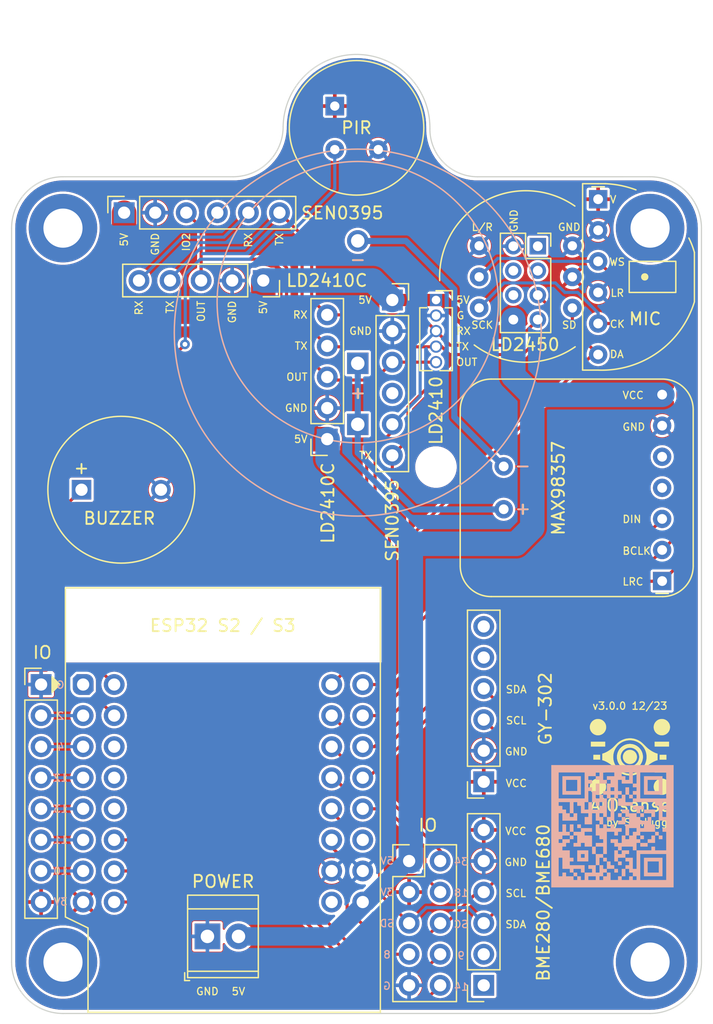
<source format=kicad_pcb>
(kicad_pcb (version 20221018) (generator pcbnew)
  (title_block (title "AIOsense") (date "2023-12-21") (rev "3.0.0") (company "Schluggi / Mourix") (comment 1 "https://github.com/Schluggi/AIOsense"))
  (layers (0 "F.Cu" signal) (31 "B.Cu" power) (34 "B.Paste" user) (35 "F.Paste" user) (36 "B.SilkS" user "B.Silkscreen") (37 "F.SilkS" user "F.Silkscreen") (38 "B.Mask" user) (39 "F.Mask" user) (44 "Edge.Cuts" user))
  (net 0 "")
  (net 1 "GND")
  (net 2 "SCL")
  (net 3 "SDA")
  (net 4 "BUZZER")
  (net 7 "+5V")
  (net 9 "U0RX")
  (net 10 "mmWave")
  (net 11 "+3V3")
  (net 12 "U0TX")
  (net 13 "PIR")
  (net 19 "GPIO2")
  (net 20 "GPIO4")
  (net 24 "GPIO12")
  (net 26 "GPIO13")
  (net 27 "GPIO11")
  (net 28 "GPIO10")
  (net 31 "Net-(U3-SPK-)")
  (net 32 "Net-(U3-SPK+)")
  (net 33 "I2S_CK")
  (net 34 "I2S_OUT")
  (net 35 "I2S_WS")
  (net 36 "I2S_IN")
  (net 40 "GPIO14")
  (net 41 "GPIO8")
  (net 42 "GPIO9")
  (net 43 "GPIO18")
  (net 45 "GPIO34")
  (footprint "Connector_PinSocket_2.54mm:PinSocket_1x06_P2.54mm_Vertical" (layer "F.Cu") (at 183 132.461 180)
    (fp_text reference "J2" hide)
    (fp_text value "GY-302")
  )
  (footprint "AIOsense:Adafruit_MAX98357A" (layer "F.Cu") (at 197.5866 116.05 90)
    (fp_text reference "U3" hide)
    (fp_text value "MAX98357A")
  )
  (footprint "myStuff:INMP441" (layer "F.Cu") (at 186.436 91.186 -90)
    (fp_text reference "U5" hide)
    (fp_text value "INMP441" hide)
  )
  (footprint "Connector_PinSocket_2.54mm:PinSocket_1x06_P2.54mm_Vertical" (layer "F.Cu") (at 183 149.098 180)
    (fp_text reference "J7" hide)
    (fp_text value "BME280/BME680")
  )
  (footprint "MountingHole:MountingHole_3.2mm_M3_DIN965_Pad" (layer "F.Cu") (at 196.6 147.2)
    (fp_text reference "H4" hide)
    (fp_text value "MountingHole")
  )
  (footprint "Connector_PinSocket_2.00mm:PinSocket_2x04_P2.00mm_Vertical" (layer "F.Cu") (at 187.42 88.678)
    (fp_text reference "J10" hide)
    (fp_text value "HLK-LD2450" hide)
  )
  (footprint "AIOsense:PIR_EKMC1603111_TO-5" (layer "F.Cu") (at 170.822 77.221998)
    (fp_text reference "U1" hide)
    (fp_text value "EKMC1603111")
  )
  (footprint "Connector_PinSocket_2.54mm:PinSocket_1x05_P2.54mm_Vertical" (layer "F.Cu") (at 164.975 91.482428 -90)
    (fp_text reference "J6" hide)
    (fp_text value "HLK-LD2410C")
  )
  (footprint "AIOsense:Buzzer_D12mm_P6.5mm" (layer "F.Cu") (at 150.114 108.585)
    (fp_text reference "BZ1" hide)
    (fp_text value "RTTTL Buzzer")
  )
  (footprint "Connector_PinHeader_2.54mm:PinHeader_1x08_P2.54mm_Vertical" (layer "F.Cu") (at 146.812 124.51)
    (fp_text reference "J11" hide)
    (fp_text value "Conn_01x08_Pin")
  )
  (footprint "TerminalBlock_TE-Connectivity:TerminalBlock_TE_282834-2_1x02_P2.54mm_Horizontal" (layer "F.Cu") (at 160.41 145.1)
    (fp_text reference "J5" hide)
    (fp_text value "external power")
  )
  (footprint "Connector_PinHeader_2.54mm:PinHeader_2x05_P2.54mm_Vertical" (layer "F.Cu") (at 176.9 138.938)
    (fp_text reference "J1" hide)
    (fp_text value "external IO")
  )
  (footprint "Connector_PinSocket_2.54mm:PinSocket_1x06_P2.54mm_Vertical" (layer "F.Cu") (at 153.6 85.93625 90)
    (fp_text reference "J4" hide)
    (fp_text value "SEN0395:alt")
  )
  (footprint "Connector_PinSocket_1.27mm:PinSocket_1x05_P1.27mm_Vertical" (layer "F.Cu") (at 179.1 93.075)
    (fp_text reference "J8" hide)
    (fp_text value "HLK-LD2410")
  )
  (footprint "Connector_PinSocket_2.54mm:PinSocket_1x05_P2.54mm_Vertical" (layer "F.Cu") (at 170.204 104.45 180)
    (fp_text reference "J9" hide)
    (fp_text value "HLK-LD2410C:alt")
  )
  (footprint "MountingHole:MountingHole_3.2mm_M3_DIN965_Pad" (layer "F.Cu") (at 148.6 147.2)
    (fp_text reference "H3" hide)
    (fp_text value "MountingHole")
  )
  (footprint "AIOsense:Sipeed_I2S_Mic" (layer "F.Cu") (at 192.3542 84.836 -90)
    (fp_text reference "U4" hide)
    (fp_text value "Sipeed_I2S_Mic")
  )
  (footprint "Connector_PinSocket_2.54mm:PinSocket_1x06_P2.54mm_Vertical" (layer "F.Cu") (at 175.525 93.075)
    (fp_text reference "J3" hide)
    (fp_text value "SEN0395")
  )
  (footprint "AIOsense:Hole_Unplated_3.0mm" (layer "F.Cu") (at 179.0954 106.7308)
    (fp_text reference "H5" hide)
    (fp_text value "SpeakerWireHole")
  )
  (footprint "MountingHole:MountingHole_3.2mm_M3_DIN965_Pad" (layer "F.Cu") (at 196.6 87.2)
    (fp_text reference "H1" hide)
    (fp_text value "MountingHole")
  )
  (footprint "AIOsense:WEMOS_S3_Mini" (layer "F.Cu") (at 150.2475 124.51)
    (fp_text reference "U2" hide)
    (fp_text value "WEMOS_S3_Mini")
  )
  (footprint "MountingHole:MountingHole_3.2mm_M3_DIN965_Pad" (layer "F.Cu") (at 148.6 87.2)
    (fp_text reference "H2" hide)
    (fp_text value "MountingHole")
  )
  (footprint "AIOsense:Speaker_2307" (layer "B.Cu") (at 172.7004 98.25 90)
    (fp_text reference "LS1" hide)
    (fp_text value "2307")
  )
  (footprint "AIOsense:Speaker_3013" (layer "B.Cu") (at 172.7004 103.2396 90)
    (fp_text reference "LS2" hide)
    (fp_text value "3013")
  )
  (footprint "LOGO" (layer "B.Cu") (at 193.5226 136.0932 180)
    (fp_text reference "G***" hide)
    (fp_text value "LOGO" hide)
  )
  (gr_poly (pts (xy 196.982246 131.306324) (xy 198.142959 131.306324) (xy 198.142959 131.691224) (xy 196.982246 131.691224)) (stroke (width 0.02)) (fill solid) (layer "F.SilkS"))
  (gr_line (start 194.443776 131.182767) (end 194.408103 131.157399) (stroke (width 0.301633)) (layer "F.SilkS"))
  (gr_line (start 195.045535 131.333465) (end 194.999327 131.336979) (stroke (width 0.301633)) (layer "F.SilkS"))
  (gr_line (start 195.821488 130.698845) (end 195.807183 130.741123) (stroke (width 0.301633)) (layer "F.SilkS"))
  (gr_line (start 194.37373 129.726156) (end 194.408103 129.699145) (stroke (width 0.301633)) (layer "F.SilkS"))
  (gr_line (start 195.595894 131.071662) (end 195.564294 131.101789) (stroke (width 0.301633)) (layer "F.SilkS"))
  (gr_line (start 195.65462 129.849497) (end 195.681632 129.88387) (stroke (width 0.301633)) (layer "F.SilkS"))
  (gr_line (start 195.752576 129.994565) (end 195.77267 130.033797) (stroke (width 0.301633)) (layer "F.SilkS"))
  (gr_line (start 194.309115 131.071662) (end 194.278988 131.040062) (stroke (width 0.301633)) (layer "F.SilkS"))
  (gr_line (start 195.424316 129.650109) (end 195.461233 129.673777) (stroke (width 0.301633)) (layer "F.SilkS"))
  (gr_line (start 194.223378 130.972674) (end 194.19801 130.937) (stroke (width 0.301633)) (layer "F.SilkS"))
  (gr_line (start 194.114118 130.782442) (end 194.097827 130.741123) (stroke (width 0.301633)) (layer "F.SilkS"))
  (gr_line (start 194.097827 130.741123) (end 194.083522 130.698845) (stroke (width 0.301633)) (layer "F.SilkS"))
  (gr_line (start 195.265355 129.573593) (end 195.306675 129.589885) (stroke (width 0.301633)) (layer "F.SilkS"))
  (gr_line (start 195.857697 130.335241) (end 195.861211 130.381449) (stroke (width 0.301633)) (layer "F.SilkS"))
  (gr_line (start 194.408103 129.699145) (end 194.443776 129.673777) (stroke (width 0.301633)) (layer "F.SilkS"))
  (gr_line (start 195.807183 130.115421) (end 195.821488 130.157699) (stroke (width 0.301633)) (layer "F.SilkS"))
  (gr_line (start 195.091071 131.327679) (end 195.045535 131.333465) (stroke (width 0.301633)) (layer "F.SilkS"))
  (gr_line (start 194.55803 131.248437) (end 194.518797 131.228344) (stroke (width 0.301633)) (layer "F.SilkS"))
  (gr_line (start 194.518797 131.228344) (end 194.480693 131.206435) (stroke (width 0.301633)) (layer "F.SilkS"))
  (gr_line (start 194.053099 130.289705) (end 194.061101 130.244898) (stroke (width 0.301633)) (layer "F.SilkS"))
  (gr_line (start 194.309115 129.784882) (end 194.340715 129.754755) (stroke (width 0.301633)) (layer "F.SilkS"))
  (gr_line (start 195.626022 131.040062) (end 195.595894 131.071662) (stroke (width 0.301633)) (layer "F.SilkS"))
  (gr_line (start 194.859473 129.523079) (end 194.905681 129.519565) (stroke (width 0.301633)) (layer "F.SilkS"))
  (gr_line (start 195.135879 131.319677) (end 195.091071 131.327679) (stroke (width 0.301633)) (layer "F.SilkS"))
  (gr_line (start 194.952504 129.518381) (end 194.952504 129.518381) (stroke (width 0.301633)) (layer "F.SilkS"))
  (gr_poly (pts (xy 191.76205 129.189379) (xy 192.922762 129.189379) (xy 192.922762 129.574277) (xy 191.76205 129.574277)) (stroke (width 0.02)) (fill solid) (layer "F.SilkS"))
  (gr_line (start 195.386212 129.6282) (end 195.424316 129.650109) (stroke (width 0.301633)) (layer "F.SilkS"))
  (gr_line (start 194.043799 130.475095) (end 194.042615 130.428272) (stroke (width 0.301633)) (layer "F.SilkS"))
  (gr_line (start 194.999327 131.336979) (end 194.952504 131.338163) (stroke (width 0.301633)) (layer "F.SilkS"))
  (gr_line (start 195.861211 130.381449) (end 195.862395 130.428272) (stroke (width 0.301633)) (layer "F.SilkS"))
  (gr_line (start 194.071261 130.655668) (end 194.061101 130.611646) (stroke (width 0.301633)) (layer "F.SilkS"))
  (gr_line (start 195.1799 131.309517) (end 195.135879 131.319677) (stroke (width 0.301633)) (layer "F.SilkS"))
  (gr_line (start 194.043799 130.381449) (end 194.047312 130.335241) (stroke (width 0.301633)) (layer "F.SilkS"))
  (gr_line (start 195.833749 130.200876) (end 195.843909 130.244898) (stroke (width 0.301633)) (layer "F.SilkS"))
  (gr_line (start 195.531279 131.130388) (end 195.496906 131.157399) (stroke (width 0.301633)) (layer "F.SilkS"))
  (gr_poly (pts (xy 192.308363 133.524648) (xy 192.274767 133.522093) (xy 192.241659 133.517886) (xy 192.209081 133.512068) (xy 192.177075 133.504681) (xy 192.145682 133.495767) (xy 192.114944 133.485366) (xy 192.084902 133.473521) (xy 192.055598 133.460273) (xy 192.027074 133.445664) (xy 191.99937 133.429735) (xy 191.972529 133.412527) (xy 191.946592 133.394083) (xy 191.921601 133.374444) (xy 191.897597 133.353651) (xy 191.874622 133.331747) (xy 191.852717 133.308772) (xy 191.831925 133.284768) (xy 191.812286 133.259777) (xy 191.793841 133.23384) (xy 191.776634 133.206999) (xy 191.760705 133.179295) (xy 191.746095 133.150771) (xy 191.732847 133.121467) (xy 191.721002 133.091425) (xy 191.710601 133.060687) (xy 191.701687 133.029294) (xy 191.6943 132.997288) (xy 191.688482 132.964711) (xy 191.684275 132.931603) (xy 191.68172 132.898007) (xy 191.680859 132.863964) (xy 191.68172 132.829921) (xy 191.684275 132.796324) (xy 191.688482 132.763217) (xy 191.6943 132.730639) (xy 191.701687 132.698633) (xy 191.710601 132.66724) (xy 191.721002 132.636502) (xy 191.732847 132.60646) (xy 191.746095 132.577156) (xy 191.760705 132.548631) (xy 191.776634 132.520928) (xy 191.793841 132.494087) (xy 191.812286 132.46815) (xy 191.831925 132.443159) (xy 191.852717 132.419155) (xy 191.874622 132.39618) (xy 191.897597 132.374275) (xy 191.921601 132.353482) (xy 191.946592 132.333843) (xy 191.972529 132.315399) (xy 191.99937 132.298192) (xy 192.027074 132.282262) (xy 192.055598 132.267653) (xy 192.084902 132.254405) (xy 192.114944 132.24256) (xy 192.145682 132.232159) (xy 192.177075 132.223245) (xy 192.209081 132.215858) (xy 192.241659 132.21004) (xy 192.274767 132.205833) (xy 192.308363 132.203278) (xy 192.342406 132.202418) (xy 192.376449 132.203278) (xy 192.410045 132.205833) (xy 192.443152 132.21004) (xy 192.47573 132.215858) (xy 192.507736 132.223245) (xy 192.539129 132.232159) (xy 192.569867 132.24256) (xy 192.599909 132.254405) (xy 192.629213 132.267653) (xy 192.657738 132.282262) (xy 192.685441 132.298192) (xy 192.712282 132.315399) (xy 192.738219 132.333843) (xy 192.76321 132.353482) (xy 192.787214 132.374275) (xy 192.810189 132.39618) (xy 192.832094 132.419155) (xy 192.852887 132.443159) (xy 192.872526 132.46815) (xy 192.89097 132.494087) (xy 192.908178 132.520928) (xy 192.924107 132.548631) (xy 192.938716 132.577156) (xy 192.951964 132.60646) (xy 192.963809 132.636502) (xy 192.97421 132.66724) (xy 192.983125 132.698633) (xy 192.990512 132.730639) (xy 192.99633 132.763217) (xy 193.000537 132.796324) (xy 193.003091 132.829921) (xy 193.003952 132.863964) (xy 193.003091 132.898007) (xy 193.000537 132.931603) (xy 192.99633 132.964711) (xy 192.990512 132.997288) (xy 192.983125 133.029294) (xy 192.97421 133.060687) (xy 192.963809 133.091425) (xy 192.951964 133.121467) (xy 192.938716 133.150771) (xy 192.924107 133.179295) (xy 192.908178 133.206999) (xy 192.89097 133.23384) (xy 192.872526 133.259777) (xy 192.852887 133.284768) (xy 192.832094 133.308772) (xy 192.810189 133.331747) (xy 192.787214 133.353651) (xy 192.76321 133.374444) (xy 192.738219 133.394083) (xy 192.712282 133.412527) (xy 192.685441 133.429735) (xy 192.657738 133.445664) (xy 192.629213 133.460273) (xy 192.599909 133.473521) (xy 192.569867 133.485366) (xy 192.539129 133.495767) (xy 192.507736 133.504681) (xy 192.47573 133.512068) (xy 192.443152 133.517886) (xy 192.410045 133.522093) (xy 192.376449 133.524648) (xy 192.342406 133.525509)) (stroke (width 0.02)) (fill solid) (layer "F.SilkS"))
  (gr_arc (start 179.399205 91.486918) (mid 183.035979 85.015965) (end 190.4492 85.3948) (stroke (width 0.12)) (layer "F.SilkS"))
  (gr_line (start 195.707 130.937) (end 195.681632 130.972674) (stroke (width 0.301633)) (layer "F.SilkS"))
  (gr_line (start 195.807183 130.741123) (end 195.790891 130.782442) (stroke (width 0.301633)) (layer "F.SilkS"))
  (gr_line (start 194.278988 131.040062) (end 194.250389 131.007047) (stroke (width 0.301633)) (layer "F.SilkS"))
  (gr_line (start 194.681931 129.559288) (end 194.725109 129.547027) (stroke (width 0.301633)) (layer "F.SilkS"))
  (gr_line (start 194.097827 130.115421) (end 194.114118 130.074102) (stroke (width 0.301633)) (layer "F.SilkS"))
  (gr_line (start 195.626022 129.816482) (end 195.65462 129.849497) (stroke (width 0.301633)) (layer "F.SilkS"))
  (gr_line (start 195.77267 130.033797) (end 195.790891 130.074102) (stroke (width 0.301633)) (layer "F.SilkS"))
  (gr_line (start 195.730667 129.956461) (end 195.752576 129.994565) (stroke (width 0.301633)) (layer "F.SilkS"))
  (gr_line (start 195.790891 130.074102) (end 195.807183 130.115421) (stroke (width 0.301633)) (layer "F.SilkS"))
  (gr_line (start 194.19801 130.937) (end 194.174343 130.900083) (stroke (width 0.301633)) (layer "F.SilkS"))
  (gr_line (start 194.19801 129.919544) (end 194.223378 129.88387) (stroke (width 0.301633)) (layer "F.SilkS"))
  (gr_line (start 195.862395 130.428272) (end 195.861211 130.475095) (stroke (width 0.301633)) (layer "F.SilkS"))
  (gr_line (start 194.042615 130.428272) (end 194.042615 130.428272) (stroke (width 0.301633)) (layer "F.SilkS"))
  (gr_line (start 194.061101 130.611646) (end 194.053099 130.566839) (stroke (width 0.301633)) (layer "F.SilkS"))
  (gr_line (start 194.813937 129.528865) (end 194.859473 129.523079) (stroke (width 0.301633)) (layer "F.SilkS"))
  (gr_line (start 194.905681 129.519565) (end 194.952504 129.518381) (stroke (width 0.301633)) (layer "F.SilkS"))
  (gr_line (start 194.042615 130.428272) (end 194.042615 130.428272) (stroke (width 0.301633)) (layer "F.SilkS"))
  (gr_arc (start 190.4746 96.901) (mid 186.325061 98.159815) (end 182.223911 96.751318) (stroke (width 0.12)) (layer "F.SilkS"))
  (gr_line (start 194.223378 129.88387) (end 194.250389 129.849497) (stroke (width 0.301633)) (layer "F.SilkS"))
  (gr_line (start 194.053099 130.566839) (end 194.047312 130.521303) (stroke (width 0.301633)) (layer "F.SilkS"))
  (gr_line (start 195.531279 129.726156) (end 195.564294 129.754755) (stroke (width 0.301633)) (layer "F.SilkS"))
  (gr_line (start 194.598334 129.589885) (end 194.639654 129.573593) (stroke (width 0.301633)) (layer "F.SilkS"))
  (gr_poly (pts (xy 194.923168 130.997611) (xy 194.894217 130.995409) (xy 194.865686 130.991784) (xy 194.837613 130.986771) (xy 194.810032 130.980405) (xy 194.782979 130.972723) (xy 194.756491 130.96376) (xy 194.730603 130.953553) (xy 194.705351 130.942136) (xy 194.68077 130.929547) (xy 194.656896 130.91582) (xy 194.633767 130.900992) (xy 194.611416 130.885098) (xy 194.58988 130.868174) (xy 194.569195 130.850256) (xy 194.549396 130.83138) (xy 194.53052 130.811581) (xy 194.512602 130.790896) (xy 194.495678 130.76936) (xy 194.479784 130.747009) (xy 194.464956 130.72388) (xy 194.451229 130.700006) (xy 194.43864 130.675425) (xy 194.427223 130.650173) (xy 194.417016 130.624285) (xy 194.408053 130.597797) (xy 194.400371 130.570744) (xy 194.394005 130.543163) (xy 194.388992 130.51509) (xy 194.385367 130.486559) (xy 194.383165 130.457608) (xy 194.382423 130.428272) (xy 194.383165 130.398936) (xy 194.385367 130.369985) (xy 194.388992 130.341454) (xy 194.394005 130.313381) (xy 194.400371 130.2858) (xy 194.408053 130.258747) (xy 194.417016 130.232259) (xy 194.427223 130.206371) (xy 194.43864 130.181119) (xy 194.451229 130.156538) (xy 194.464956 130.132664) (xy 194.479784 130.109535) (xy 194.495678 130.087184) (xy 194.512602 130.065648) (xy 194.53052 130.044963) (xy 194.549396 130.025164) (xy 194.569195 130.006288) (xy 194.58988 129.98837) (xy 194.611416 129.971446) (xy 194.633767 129.955552) (xy 194.656896 129.940724) (xy 194.68077 129.926997) (xy 194.705351 129.914408) (xy 194.730603 129.902991) (xy 194.756491 129.892784) (xy 194.782979 129.883821) (xy 194.810032 129.876139) (xy 194.837613 129.869773) (xy 194.865686 129.86476) (xy 194.894217 129.861135) (xy 194.923168 129.858933) (xy 194.952504 129.858191) (xy 194.98184 129.858933) (xy 195.010792 129.861135) (xy 195.039322 129.86476) (xy 195.067396 129.869773) (xy 195.094977 129.876139) (xy 195.122029 129.883821) (xy 195.148517 129.892784) (xy 195.174406 129.902991) (xy 195.199658 129.914408) (xy 195.224239 129.926997) (xy 195.248112 129.940724) (xy 195.271242 129.955552) (xy 195.293593 129.971446) (xy 195.315129 129.98837) (xy 195.335814 130.006288) (xy 195.355612 130.025164) (xy 195.374488 130.044963) (xy 195.392406 130.065648) (xy 195.40933 130.087184) (xy 195.425224 130.109535) (xy 195.440052 130.132664) (xy 195.453779 130.156538) (xy 195.466369 130.181119) (xy 195.477785 130.206371) (xy 195.487992 130.232259) (xy 195.496955 130.258747) (xy 195.504637 130.2858) (xy 195.511003 130.313381) (xy 195.516016 130.341454) (xy 195.519641 130.369985) (xy 195.521843 130.398936) (xy 195.522585 130.428272) (xy 195.521843 130.457608) (xy 195.519641 130.486559) (xy 195.516016 130.51509) (xy 195.511003 130.543163) (xy 195.504637 130.570744) (xy 195.496955 130.597797) (xy 195.487992 130.624285) (xy 195.477785 130.650173) (xy 195.466369 130.675425) (xy 195.453779 130.700006) (xy 195.440052 130.72388) (xy 195.425224 130.747009) (xy 195.40933 130.76936) (xy 195.392406 130.790896) (xy 195.374488 130.811581) (xy 195.355612 130.83138) (xy 195.335814 130.850256) (xy 195.315129 130.868174) (xy 195.293593 130.885098) (xy 195.271242 130.900992) (xy 195.248112 130.91582) (xy 195.224239 130.929547) (xy 195.199658 130.942136) (xy 195.174406 130.953553) (xy 195.148517 130.96376) (xy 195.122029 130.972723) (xy 195.094977 130.980405) (xy 195.067396 130.986771) (xy 195.039322 130.991784) (xy 195.010792 130.995409) (xy 194.98184 130.997611) (xy 194.952504 130.998353)) (stroke (width 0.02)) (fill solid) (layer "F.SilkS"))
  (gr_line (start 194.152434 129.994565) (end 194.174343 129.956461) (stroke (width 0.301633)) (layer "F.SilkS"))
  (gr_line (start 194.278988 129.816482) (end 194.309115 129.784882) (stroke (width 0.301633)) (layer "F.SilkS"))
  (gr_line (start 195.223078 129.559288) (end 195.265355 129.573593) (stroke (width 0.301633)) (layer "F.SilkS"))
  (gr_line (start 194.174343 130.900083) (end 194.152434 130.861979) (stroke (width 0.301633)) (layer "F.SilkS"))
  (gr_line (start 195.386212 131.228344) (end 195.346979 131.248437) (stroke (width 0.301633)) (layer "F.SilkS"))
  (gr_line (start 194.480693 129.650109) (end 194.518797 129.6282) (stroke (width 0.301633)) (layer "F.SilkS"))
  (gr_line (start 195.461233 129.673777) (end 195.496906 129.699145) (stroke (width 0.301633)) (layer "F.SilkS"))
  (gr_line (start 194.083522 130.157699) (end 194.097827 130.115421) (stroke (width 0.301633)) (layer "F.SilkS"))
  (gr_line (start 194.13234 130.822747) (end 194.114118 130.782442) (stroke (width 0.301633)) (layer "F.SilkS"))
  (gr_line (start 195.306675 131.266659) (end 195.265355 131.282951) (stroke (width 0.301633)) (layer "F.SilkS"))
  (gr_line (start 194.37373 131.130388) (end 194.340715 131.101789) (stroke (width 0.301633)) (layer "F.SilkS"))
  (gr_line (start 194.13234 130.033797) (end 194.152434 129.994565) (stroke (width 0.301633)) (layer "F.SilkS"))
  (gr_line (start 194.952504 129.518381) (end 194.999327 129.519565) (stroke (width 0.301633)) (layer "F.SilkS"))
  (gr_poly (pts (xy 197.52856 128.653266) (xy 197.494964 128.650711) (xy 197.461856 128.646504) (xy 197.429278 128.640686) (xy 197.397272 128.633299) (xy 197.36588 128.624385) (xy 197.335141 128.613984) (xy 197.3051 128.602139) (xy 197.275796 128.588891) (xy 197.247271 128.574282) (xy 197.219567 128.558352) (xy 197.192727 128.541145) (xy 197.16679 128.522701) (xy 197.141799 128.503062) (xy 197.117795 128.482269) (xy 197.09482 128.460364) (xy 197.072915 128.437389) (xy 197.052122 128.413385) (xy 197.032483 128.388394) (xy 197.014039 128.362457) (xy 196.996832 128.335616) (xy 196.980902 128.307913) (xy 196.966293 128.279388) (xy 196.953045 128.250084) (xy 196.9412 128.220042) (xy 196.930799 128.189304) (xy 196.921885 128.157911) (xy 196.914498 128.125905) (xy 196.90868 128.093327) (xy 196.904473 128.06022) (xy 196.901918 128.026623) (xy 196.901057 127.99258) (xy 196.901918 127.958537) (xy 196.904473 127.924941) (xy 196.90868 127.891833) (xy 196.914498 127.859256) (xy 196.921885 127.82725) (xy 196.930799 127.795857) (xy 196.9412 127.765119) (xy 196.953045 127.735077) (xy 196.966293 127.705773) (xy 196.980902 127.677249) (xy 196.996832 127.649545) (xy 197.014039 127.622704) (xy 197.032483 127.596767) (xy 197.052122 127.571776) (xy 197.072915 127.547772) (xy 197.09482 127.524797) (xy 197.117795 127.502893) (xy 197.141799 127.4821) (xy 197.16679 127.462461) (xy 197.192727 127.444017) (xy 197.219567 127.426809) (xy 197.247271 127.41088) (xy 197.275796 127.396271) (xy 197.3051 127.383023) (xy 197.335141 127.371178) (xy 197.36588 127.360777) (xy 197.397272 127.351863) (xy 197.429278 127.344476) (xy 197.461856 127.338658) (xy 197.494964 127.334451) (xy 197.52856 127.331896) (xy 197.562603 127.331035) (xy 197.596646 127.331896) (xy 197.630242 127.334451) (xy 197.66335 127.338658) (xy 197.695928 127.344476) (xy 197.727934 127.351863) (xy 197.759327 127.360777) (xy 197.790065 127.371178) (xy 197.820107 127.383023) (xy 197.849411 127.396271) (xy 197.877935 127.41088) (xy 197.905639 127.426809) (xy 197.93248 127.444017) (xy 197.958416 127.462461) (xy 197.983408 127.4821) (xy 198.007411 127.502893) (xy 198.030386 127.524797) (xy 198.052291 127.547772) (xy 198.073084 127.571776) (xy 198.092723 127.596767) (xy 198.111167 127.622704) (xy 198.128374 127.649545) (xy 198.144304 127.677249) (xy 198.158913 127.705773) (xy 198.172161 127.735077) (xy 198.184006 127.765119) (xy 198.194407 127.795857) (xy 198.203321 127.82725) (xy 198.210708 127.859256) (xy 198.216526 127.891833) (xy 198.220733 127.924941) (xy 198.223288 127.958537) (xy 198.224149 127.99258) (xy 198.223288 128.026623) (xy 198.220733 128.06022) (xy 198.216526 128.093327) (xy 198.210708 128.125905) (xy 198.203321 128.157911) (xy 198.194407 128.189304) (xy 198.184006 128.220042) (xy 198.172161 128.250084) (xy 198.158913 128.279388) (xy 198.144304 128.307913) (xy 198.128374 128.335616) (xy 198.111167 128.362457) (xy 198.092723 128.388394) (xy 198.073084 128.413385) (xy 198.052291 128.437389) (xy 198.030386 128.460364) (xy 198.007411 128.482269) (xy 197.983408 128.503062) (xy 197.958416 128.522701) (xy 197.93248 128.541145) (xy 197.905639 128.558352) (xy 197.877935 128.574282) (xy 197.849411 128.588891) (xy 197.820107 128.602139) (xy 197.790065 128.613984) (xy 197.759327 128.624385) (xy 197.727934 128.633299) (xy 197.695928 128.640686) (xy 197.66335 128.646504) (xy 197.630242 128.650711) (xy 197.596646 128.653266) (xy 197.562603 128.654126)) (stroke (width 0.02)) (fill solid) (layer "F.SilkS"))
  (gr_line (start 195.424316 131.206435) (end 195.386212 131.228344) (stroke (width 0.301633)) (layer "F.SilkS"))
  (gr_line (start 195.681632 129.88387) (end 195.707 129.919544) (stroke (width 0.301633)) (layer "F.SilkS"))
  (gr_line (start 195.843909 130.244898) (end 195.851911 130.289705) (stroke (width 0.301633)) (layer "F.SilkS"))
  (gr_line (start 195.496906 129.699145) (end 195.531279 129.726156) (stroke (width 0.301633)) (layer "F.SilkS"))
  (gr_line (start 194.114118 130.074102) (end 194.13234 130.033797) (stroke (width 0.301633)) (layer "F.SilkS"))
  (gr_line (start 194.725109 131.309517) (end 194.681931 131.297256) (stroke (width 0.301633)) (layer "F.SilkS"))
  (gr_line (start 194.061101 130.244898) (end 194.071261 130.200876) (stroke (width 0.301633)) (layer "F.SilkS"))
  (gr_line (start 195.265355 131.282951) (end 195.223078 131.297256) (stroke (width 0.301633)) (layer "F.SilkS"))
  (gr_poly (pts (xy 196.982246 129.189379) (xy 198.142959 129.189379) (xy 198.142959 129.574277) (xy 196.982246 129.574277)) (stroke (width 0.02)) (fill solid) (layer "F.SilkS"))
  (gr_line (start 194.042615 130.428272) (end 194.043799 130.381449) (stroke (width 0.301633)) (layer "F.SilkS"))
  (gr_line (start 195.223078 131.297256) (end 195.1799 131.309517) (stroke (width 0.301633)) (layer "F.SilkS"))
  (gr_line (start 195.461233 131.182767) (end 195.424316 131.206435) (stroke (width 0.301633)) (layer "F.SilkS"))
  (gr_line (start 194.518797 129.6282) (end 194.55803 129.608107) (stroke (width 0.301633)) (layer "F.SilkS"))
  (gr_line (start 195.821488 130.157699) (end 195.833749 130.200876) (stroke (width 0.301633)) (layer "F.SilkS"))
  (gr_line (start 192.3542 83.566) (end 192.9384 83.566) (stroke (width 0.12)) (layer "F.SilkS"))
  (gr_line (start 194.681931 131.297256) (end 194.639654 131.282951) (stroke (width 0.301633)) (layer "F.SilkS"))
  (gr_poly (pts (xy 192.308363 128.653266) (xy 192.274767 128.650711) (xy 192.241659 128.646504) (xy 192.209081 128.640686) (xy 192.177075 128.633299) (xy 192.145682 128.624385) (xy 192.114944 128.613984) (xy 192.084902 128.602139) (xy 192.055598 128.588891) (xy 192.027074 128.574282) (xy 191.99937 128.558352) (xy 191.972529 128.541145) (xy 191.946592 128.522701) (xy 191.921601 128.503062) (xy 191.897597 128.482269) (xy 191.874622 128.460364) (xy 191.852717 128.437389) (xy 191.831925 128.413385) (xy 191.812286 128.388394) (xy 191.793841 128.362457) (xy 191.776634 128.335616) (xy 191.760705 128.307913) (xy 191.746095 128.279388) (xy 191.732847 128.250084) (xy 191.721002 128.220042) (xy 191.710601 128.189304) (xy 191.701687 128.157911) (xy 191.6943 128.125905) (xy 191.688482 128.093327) (xy 191.684275 128.06022) (xy 191.68172 128.026623) (xy 191.680859 127.99258) (xy 191.68172 127.958537) (xy 191.684275 127.924941) (xy 191.688482 127.891833) (xy 191.6943 127.859256) (xy 191.701687 127.82725) (xy 191.710601 127.795857) (xy 191.721002 127.765119) (xy 191.732847 127.735077) (xy 191.746095 127.705773) (xy 191.760705 127.677249) (xy 191.776634 127.649545) (xy 191.793841 127.622704) (xy 191.812286 127.596767) (xy 191.831925 127.571776) (xy 191.852717 127.547772) (xy 191.874622 127.524797) (xy 191.897597 127.502893) (xy 191.921601 127.4821) (xy 191.946592 127.462461) (xy 191.972529 127.444017) (xy 191.99937 127.426809) (xy 192.027074 127.41088) (xy 192.055598 127.396271) (xy 192.084902 127.383023) (xy 192.114944 127.371178) (xy 192.145682 127.360777) (xy 192.177075 127.351863) (xy 192.209081 127.344476) (xy 192.241659 127.338658) (xy 192.274767 127.334451) (xy 192.308363 127.331896) (xy 192.342406 127.331035) (xy 192.376449 127.331896) (xy 192.410045 127.334451) (xy 192.443152 127.338658) (xy 192.47573 127.344476) (xy 192.507736 127.351863) (xy 192.539129 127.360777) (xy 192.569867 127.371178) (xy 192.599909 127.383023) (xy 192.629213 127.396271) (xy 192.657738 127.41088) (xy 192.685441 127.426809) (xy 192.712282 127.444017) (xy 192.738219 127.462461) (xy 192.76321 127.4821) (xy 192.787214 127.502893) (xy 192.810189 127.524797) (xy 192.832094 127.547772) (xy 192.852887 127.571776) (xy 192.872526 127.596767) (xy 192.89097 127.622704) (xy 192.908178 127.649545) (xy 192.924107 127.677249) (xy 192.938716 127.705773) (xy 192.951964 127.735077) (xy 192.963809 127.765119) (xy 192.97421 127.795857) (xy 192.983125 127.82725) (xy 192.990512 127.859256) (xy 192.99633 127.891833) (xy 193.000537 127.924941) (xy 193.003091 127.958537) (xy 193.003952 127.99258) (xy 193.003091 128.026623) (xy 193.000537 128.06022) (xy 192.99633 128.093327) (xy 192.990512 128.125905) (xy 192.983125 128.157911) (xy 192.97421 128.189304) (xy 192.963809 128.220042) (xy 192.951964 128.250084) (xy 192.938716 128.279388) (xy 192.924107 128.307913) (xy 192.908178 128.335616) (xy 192.89097 128.362457) (xy 192.872526 128.388394) (xy 192.852887 128.413385) (xy 192.832094 128.437389) (xy 192.810189 128.460364) (xy 192.787214 128.482269) (xy 192.76321 128.503062) (xy 192.738219 128.522701) (xy 192.712282 128.541145) (xy 192.685441 128.558352) (xy 192.657738 128.574282) (xy 192.629213 128.588891) (xy 192.599909 128.602139) (xy 192.569867 128.613984) (xy 192.539129 128.624385) (xy 192.507736 128.633299) (xy 192.47573 128.640686) (xy 192.443152 128.646504) (xy 192.410045 128.650711) (xy 192.376449 128.653266) (xy 192.342406 128.654126)) (stroke (width 0.02)) (fill solid) (layer "F.SilkS"))
  (gr_line (start 194.340715 131.101789) (end 194.309115 131.071662) (stroke (width 0.301633)) (layer "F.SilkS"))
  (gr_line (start 195.851911 130.289705) (end 195.857697 130.335241) (stroke (width 0.301633)) (layer "F.SilkS"))
  (gr_line (start 194.250389 129.849497) (end 194.278988 129.816482) (stroke (width 0.301633)) (layer "F.SilkS"))
  (gr_line (start 194.859473 131.333465) (end 194.813937 131.327679) (stroke (width 0.301633)) (layer "F.SilkS"))
  (gr_poly (pts (xy 197.388194 130.259879) (xy 197.929459 130.259879) (xy 197.929459 130.644777) (xy 197.388194 130.644777)) (stroke (width 0.02)) (fill solid) (layer "F.SilkS"))
  (gr_arc (start 199.771 88.011) (mid 200.026188 88.587608) (end 200.225 89.186) (stroke (width 0.12)) (layer "F.SilkS"))
  (gr_line (start 194.047312 130.521303) (end 194.043799 130.475095) (stroke (width 0.301633)) (layer "F.SilkS"))
  (gr_line (start 194.443776 129.673777) (end 194.480693 129.650109) (stroke (width 0.301633)) (layer "F.SilkS"))
  (gr_line (start 194.952504 131.338163) (end 194.905681 131.336979) (stroke (width 0.301633)) (layer "F.SilkS"))
  (gr_line (start 195.681632 130.972674) (end 195.65462 131.007047) (stroke (width 0.301633)) (layer "F.SilkS"))
  (gr_line (start 195.861211 130.475095) (end 195.857697 130.521303) (stroke (width 0.301633)) (layer "F.SilkS"))
  (gr_line (start 195.862395 130.428272) (end 195.862395 130.428272) (stroke (width 0.301633)) (layer "F.SilkS"))
  (gr_poly (pts (xy 197.52856 133.524648) (xy 197.494964 133.522093) (xy 197.461856 133.517886) (xy 197.429278 133.512068) (xy 197.397272 133.504681) (xy 197.36588 133.495767) (xy 197.335141 133.485366) (xy 197.3051 133.473521) (xy 197.275796 133.460273) (xy 197.247271 133.445664) (xy 197.219567 133.429735) (xy 197.192727 133.412527) (xy 197.16679 133.394083) (xy 197.141799 133.374444) (xy 197.117795 133.353651) (xy 197.09482 133.331747) (xy 197.072915 133.308772) (xy 197.052122 133.284768) (xy 197.032483 133.259777) (xy 197.014039 133.23384) (xy 196.996832 133.206999) (xy 196.980902 133.179295) (xy 196.966293 133.150771) (xy 196.953045 133.121467) (xy 196.9412 133.091425) (xy 196.930799 133.060687) (xy 196.921885 133.029294) (xy 196.914498 132.997288) (xy 196.90868 132.964711) (xy 196.904473 132.931603) (xy 196.901918 132.898007) (xy 196.901057 132.863964) (xy 196.901918 132.829921) (xy 196.904473 132.796324) (xy 196.90868 132.763217) (xy 196.914498 132.730639) (xy 196.921885 132.698633) (xy 196.930799 132.66724) (xy 196.9412 132.636502) (xy 196.953045 132.60646) (xy 196.966293 132.577156) (xy 196.980902 132.548631) (xy 196.996832 132.520928) (xy 197.014039 132.494087) (xy 197.032483 132.46815) (xy 197.052122 132.443159) (xy 197.072915 132.419155) (xy 197.09482 132.39618) (xy 197.117795 132.374275) (xy 197.141799 132.353482) (xy 197.16679 132.333843) (xy 197.192727 132.315399) (xy 197.219567 132.298192) (xy 197.247271 132.282262) (xy 197.275796 132.267653) (xy 197.3051 132.254405) (xy 197.335141 132.24256) (xy 197.36588 132.232159) (xy 197.397272 132.223245) (xy 197.429278 132.215858) (xy 197.461856 132.21004) (xy 197.494964 132.205833) (xy 197.52856 132.203278) (xy 197.562603 132.202418) (xy 197.596646 132.203278) (xy 197.630242 132.205833) (xy 197.66335 132.21004) (xy 197.695928 132.215858) (xy 197.727934 132.223245) (xy 197.759327 132.232159) (xy 197.790065 132.24256) (xy 197.820107 132.254405) (xy 197.849411 132.267653) (xy 197.877935 132.282262) (xy 197.905639 132.298192) (xy 197.93248 132.315399) (xy 197.958416 132.333843) (xy 197.983408 132.353482) (xy 198.007411 132.374275) (xy 198.030386 132.39618) (xy 198.052291 132.419155) (xy 198.073084 132.443159) (xy 198.092723 132.46815) (xy 198.111167 132.494087) (xy 198.128374 132.520928) (xy 198.144304 132.548631) (xy 198.158913 132.577156) (xy 198.172161 132.60646) (xy 198.184006 132.636502) (xy 198.194407 132.66724) (xy 198.203321 132.698633) (xy 198.210708 132.730639) (xy 198.216526 132.763217) (xy 198.220733 132.796324) (xy 198.223288 132.829921) (xy 198.224149 132.863964) (xy 198.223288 132.898007) (xy 198.220733 132.931603) (xy 198.216526 132.964711) (xy 198.210708 132.997288) (xy 198.203321 133.029294) (xy 198.194407 133.060687) (xy 198.184006 133.091425) (xy 198.172161 133.121467) (xy 198.158913 133.150771) (xy 198.144304 133.179295) (xy 198.128374 133.206999) (xy 198.111167 133.23384) (xy 198.092723 133.259777) (xy 198.073084 133.284768) (xy 198.052291 133.308772) (xy 198.030386 133.331747) (xy 198.007411 133.353651) (xy 197.983408 133.374444) (xy 197.958416 133.394083) (xy 197.93248 133.412527) (xy 197.905639 133.429735) (xy 197.877935 133.445664) (xy 197.849411 133.460273) (xy 197.820107 133.473521) (xy 197.790065 133.485366) (xy 197.759327 133.495767) (xy 197.727934 133.504681) (xy 197.695928 133.512068) (xy 197.66335 133.517886) (xy 197.630242 133.522093) (xy 197.596646 133.524648) (xy 197.562603 133.525509)) (stroke (width 0.02)) (fill solid) (layer "F.SilkS"))
  (gr_line (start 195.857697 130.521303) (end 195.851911 130.566839) (stroke (width 0.301633)) (layer "F.SilkS"))
  (gr_line (start 194.480693 131.206435) (end 194.443776 131.182767) (stroke (width 0.301633)) (layer "F.SilkS"))
  (gr_line (start 195.833749 130.655668) (end 195.821488 130.698845) (stroke (width 0.301633)) (layer "F.SilkS"))
  (gr_line (start 194.408103 131.157399) (end 194.37373 131.130388) (stroke (width 0.301633)) (layer "F.SilkS"))
  (gr_line (start 194.598334 131.266659) (end 194.55803 131.248437) (stroke (width 0.301633)) (layer "F.SilkS"))
  (gr_poly (pts (xy 191.97254 130.259879) (xy 192.513805 130.259879) (xy 192.513805 130.644777) (xy 191.97254 130.644777)) (stroke (width 0.02)) (fill solid) (layer "F.SilkS"))
  (gr_poly (pts (xy 194.898274 131.942922) (xy 194.83778 131.939336) (xy 194.778233 131.933622) (xy 194.71958 131.925763) (xy 194.661765 131.915737) (xy 194.604735 131.903525) (xy 194.548435 131.889107) (xy 194.492812 131.872463) (xy 194.437811 131.853574) (xy 194.383378 131.832419) (xy 194.329459 131.808979) (xy 194.276 131.783234) (xy 194.222946 131.755164) (xy 194.170244 131.72475) (xy 194.117839 131.691971) (xy 194.065677 131.656808) (xy 194.013704 131.61924) (xy 194.007347 131.614232) (xy 193.999227 131.607407) (xy 193.978177 131.588758) (xy 193.951508 131.564202) (xy 193.920174 131.534647) (xy 193.885129 131.501002) (xy 193.847327 131.464176) (xy 193.807722 131.425076) (xy 193.76727 131.384612) (xy 193.697564 131.314643) (xy 193.640405 131.257935) (xy 193.59305 131.211981) (xy 193.552756 131.174276) (xy 193.51678 131.142314) (xy 193.482379 131.113588) (xy 193.446809 131.085594) (xy 193.407327 131.055825) (xy 193.362901 131.023449) (xy 193.318028 130.992039) (xy 193.272855 130.96167) (xy 193.227526 130.932417) (xy 193.182184 130.904358) (xy 193.136974 130.877567) (xy 193.09204 130.852121) (xy 193.047527 130.828096) (xy 193.003579 130.805567) (xy 192.96034 130.784611) (xy 192.917954 130.765304) (xy 192.876566 130.747721) (xy 192.836321 130.731939) (xy 192.797362 130.718033) (xy 192.759833 130.706079) (xy 192.72388 130.696154) (xy 192.696799 130.689303) (xy 192.696799 130.428106) (xy 192.697172 130.301371) (xy 192.698456 130.220717) (xy 192.699519 130.195075) (xy 192.700903 130.177839) (xy 192.702641 130.167969) (xy 192.703653 130.165472) (xy 192.704765 130.164428) (xy 192.712473 130.162184) (xy 192.727574 130.15791) (xy 192.771229 130.14572) (xy 192.808367 130.134376) (xy 192.84785 130.120354) (xy 192.889412 130.103809) (xy 192.932784 130.084895) (xy 192.977699 130.063764) (xy 193.023891 130.04057) (xy 193.071091 130.015466) (xy 193.119034 129.988606) (xy 193.16745 129.960144) (xy 193.216074 129.930233) (xy 193.264637 129.899025) (xy 193.312873 129.866676) (xy 193.360514 129.833337) (xy 193.407294 129.799164) (xy 193.452944 129.764308) (xy 193.497198 129.728924) (xy 193.526155 129.70463) (xy 193.556321 129.678109) (xy 193.588577 129.648506) (xy 193.623807 129.614968) (xy 193.662893 129.576641) (xy 193.706718 129.53267) (xy 193.756165 129.482203) (xy 193.812116 129.424386) (xy 193.854983 129.380431) (xy 193.893569 129.34219) (xy 193.92919 129.308533) (xy 193.946301 129.293068) (xy 193.963165 129.278325) (xy 193.979947 129.264161) (xy 193.996812 129.250435) (xy 194.013924 129.237006) (xy 194.031448 129.223731) (xy 194.068392 129.19708) (xy 194.108961 129.16935) (xy 194.137732 129.150675) (xy 194.167649 129.132359) (xy 194.198582 129.114459) (xy 194.230402 129.097029) (xy 194.262978 129.080126) (xy 194.296183 129.063803) (xy 194.329886 129.048118) (xy 194.363958 129.033124) (xy 194.39827 129.018877) (xy 194.432692 129.005433) (xy 194.467095 128.992847) (xy 194.501349 128.981175) (xy 194.535326 128.97047) (xy 194.568894 128.96079) (xy 194.601926 128.952189) (xy 194.634292 128.944722) (xy 194.662781 128.938984) (xy 194.692291 128.933788) (xy 194.753803 128.925049) (xy 194.817677 128.918559) (xy 194.882766 128.91437) (xy 194.94792 128.912537) (xy 195.01199 128.913112) (xy 195.073827 128.916147) (xy 195.103549 128.918605) (xy 195.132282 128.921697) (xy 195.132285 128.921703) (xy 195.169926 128.926786) (xy 195.207615 128.932921) (xy 195.245314 128.940096) (xy 195.282984 128.948297) (xy 195.320587 128.957513) (xy 195.358085 128.967729) (xy 195.395442 128.978933) (xy 195.432617 128.991111) (xy 195.469574 129.004251) (xy 195.506275 129.018341) (xy 195.54268 129.033365) (xy 195.578754 129.049313) (xy 195.614457 129.066171) (xy 195.649751 129.083925) (xy 195.684599 129.102563) (xy 195.718962 129.122072) (xy 195.769625 129.152488) (xy 195.792775 129.167165) (xy 195.81498 129.181916) (xy 195.836624 129.197064) (xy 195.858089 129.21293) (xy 195.879758 129.229836) (xy 195.902015 129.248105) (xy 195.925242 129.268056) (xy 195.949822 129.290014) (xy 195.976138 129.314298) (xy 196.004573 129.341232) (xy 196.069331 129.404332) (xy 196.147159 129.48189) (xy 196.219943 129.554476) (xy 196.28146 129.614693) (xy 196.334493 129.664986) (xy 196.381824 129.707797) (xy 196.426236 129.745571) (xy 196.470511 129.780753) (xy 196.517432 129.815786) (xy 196.569781 129.853115) (xy 196.64616 129.904637) (xy 196.724662 129.95368) (xy 196.803802 129.999487) (xy 196.882094 130.041297) (xy 196.958055 130.078352) (xy 196.994697 130.094859) (xy 197.030199 130.109892) (xy 197.064375 130.123357) (xy 197.097041 130.135159) (xy 197.12801 130.145202) (xy 197.157098 130.153393) (xy 197.204887 130.1657) (xy 197.206545 130.426129) (xy 196.323057 130.426129) (xy 196.322089 130.376201) (xy 196.31937 130.326341) (xy 196.314904 130.276627) (xy 196.308694 130.227135) (xy 196.300742 130.177942) (xy 196.291051 130.129125) (xy 196.279623 130.080761) (xy 196.266463 130.032928) (xy 196.251572 129.985702) (xy 196.232549 129.932935) (xy 196.211223 129.880947) (xy 196.187658 129.829821) (xy 196.161917 129.779639) (xy 196.134066 129.730486) (xy 196.10417 129.682445) (xy 196.072292 129.635599) (xy 196.038498 129.590032) (xy 196.002851 129.545828) (xy 195.965417 129.503069) (xy 195.92626 129.461839) (xy 195.885444 129.422223) (xy 195.843035 129.384302) (xy 195.799096 129.348161) (xy 195.753692 129.313883) (xy 195.706888 129.281551) (xy 195.654099 129.248375) (xy 195.600259 129.217803) (xy 195.545414 129.189845) (xy 195.489608 129.164513) (xy 195.432887 129.141816) (xy 195.375297 129.121764) (xy 195.316883 129.104368) (xy 195.257691 129.089638) (xy 195.197766 129.077584) (xy 195.137154 129.068216) (xy 195.075901 129.061544) (xy 195.014051 129.057579) (xy 194.951651 129.056331) (xy 194.888745 129.05781) (xy 194.82538 129.062026) (xy 194.761601 129.06899) (xy 194.761601 129.068996) (xy 194.660866 129.086162) (xy 194.562466 129.110908) (xy 194.466746 129.142925) (xy 194.374053 129.181907) (xy 194.284734 129.227543) (xy 194.199135 129.279528) (xy 194.117601 129.337552) (xy 194.040481 129.401307) (xy 193.968119 129.470486) (xy 193.900863 129.54478) (xy 193.839059 129.623881) (xy 193.783052 129.707482) (xy 193.733191 129.795273) (xy 193.68982 129.886948) (xy 193.653287 129.982198) (xy 193.623938 130.080715) (xy 193.61418 130.121361) (xy 193.605651 130.162331) (xy 193.59835 130.203579) (xy 193.592279 130.245059) (xy 193.587438 130.286723) (xy 193.583828 130.328526) (xy 193.581449 130.37042) (xy 193.580302 130.412361) (xy 193.580388 130.454301) (xy 193.581706 130.496193) (xy 193.584258 130.537992) (xy 193.588045 130.57965) (xy 193.593066 130.621123) (xy 193.599322 130.662362) (xy 193.606815 130.703322) (xy 193.615544 130.743957) (xy 193.637973 130.827996) (xy 193.665879 130.910147) (xy 193.699044 130.99017) (xy 193.737249 131.067824) (xy 193.780278 131.142871) (xy 193.827913 131.21507) (xy 193.879934 131.284182) (xy 193.936125 131.349966) (xy 193.996267 131.412184) (xy 194.060143 131.470594) (xy 194.127534 131.524958) (xy 194.198223 131.575035) (xy 194.271991 131.620586) (xy 194.348621 131.661372) (xy 194.427895 131.697151) (xy 194.509595 131.727685) (xy 194.581731 131.749694) (xy 194.65482 131.767638) (xy 194.728652 131.781537) (xy 194.803015 131.791414) (xy 194.877696 131.797293) (xy 194.952484 131.799196) (xy 195.027168 131.797145) (xy 195.101535 131.791164) (xy 195.175375 131.781274) (xy 195.248474 131.7675) (xy 195.320622 131.749862) (xy 195.391607 131.728384) (xy 195.461217 131.70309) (xy 195.52924 131.674) (xy 195.595465 131.641139) (xy 195.65968 131.604528) (xy 195.716899 131.567762) (xy 195.771963 131.528549) (xy 195.824809 131.486975) (xy 195.875372 131.443128) (xy 195.923587 131.397092) (xy 195.969391 131.348955) (xy 196.012718 131.298804) (xy 196.053504 131.246724) (xy 196.091684 131.192803) (xy 196.127195 131.137127) (xy 196.159972 131.079782) (xy 196.189949 131.020855) (xy 196.217064 130.960432) (xy 196.241251 130.898601) (xy 196.262445 130.835446) (xy 196.280583 130.771056) (xy 196.291947 130.722809) (xy 196.301541 130.674091) (xy 196.309368 130.624979) (xy 196.31543 130.575549) (xy 196.31973 130.52588) (xy 196.322271 130.476047) (xy 196.323057 130.426129) (xy 197.206545 130.426129) (xy 197.206548 130.426723) (xy 197.20821 130.687752) (xy 197.155573 130.70216) (xy 197.114052 130.71465) (xy 197.070257 130.729969) (xy 197.024475 130.747949) (xy 196.976991 130.768427) (xy 196.928095 130.791237) (xy 196.878073 130.816213) (xy 196.827212 130.843191) (xy 196.7758 130.872004) (xy 196.724125 130.902488) (xy 196.672472 130.934478) (xy 196.621131 130.967808) (xy 196.570387 131.002313) (xy 196.520529 131.037827) (xy 196.471844 131.074186) (xy 196.424618 131.111224) (xy 196.37914 131.148775) (xy 196.36167 131.164174) (xy 196.339219 131.184883) (xy 196.312717 131.209994) (xy 196.283097 131.238601) (xy 196.251289 131.269797) (xy 196.218226 131.302676) (xy 196.184838 131.33633) (xy 196.152056 131.369854) (xy 196.086488 131.43643) (xy 196.023254 131.498868) (xy 195.994763 131.526346) (xy 195.969556 131.550163) (xy 195.948533 131.569443) (xy 195.932594 131.583312) (xy 195.876507 131.62775) (xy 195.818646 131.669479) (xy 195.759148 131.708453) (xy 195.698147 131.744624) (xy 195.635779 131.777946) (xy 195.572179 131.80837) (xy 195.507484 131.835851) (xy 195.441829 131.86034) (xy 195.375348 131.881791) (xy 195.308178 131.900157) (xy 195.240455 131.915391) (xy 195.172313 131.927445) (xy 195.103889 131.936272) (xy 195.035317 131.941825) (xy 194.966733 131.944058)) (stroke (width 0.02)) (fill solid) (layer "F.SilkS"))
  (gr_line (start 194.639654 129.573593) (end 194.681931 129.559288) (stroke (width 0.301633)) (layer "F.SilkS"))
  (gr_line (start 195.564294 131.101789) (end 195.531279 131.130388) (stroke (width 0.301633)) (layer "F.SilkS"))
  (gr_line (start 194.071261 130.200876) (end 194.083522 130.157699) (stroke (width 0.301633)) (layer "F.SilkS"))
  (gr_line (start 195.346979 131.248437) (end 195.306675 131.266659) (stroke (width 0.301633)) (layer "F.SilkS"))
  (gr_line (start 195.790891 130.782442) (end 195.77267 130.822747) (stroke (width 0.301633)) (layer "F.SilkS"))
  (gr_line (start 194.999327 129.519565) (end 195.045535 129.523079) (stroke (width 0.301633)) (layer "F.SilkS"))
  (gr_line (start 194.952504 131.338163) (end 194.952504 131.338163) (stroke (width 0.301633)) (layer "F.SilkS"))
  (gr_line (start 194.76913 131.319677) (end 194.725109 131.309517) (stroke (width 0.301633)) (layer "F.SilkS"))
  (gr_line (start 195.135879 129.536867) (end 195.1799 129.547027) (stroke (width 0.301633)) (layer "F.SilkS"))
  (gr_line (start 194.174343 129.956461) (end 194.19801 129.919544) (stroke (width 0.301633)) (layer "F.SilkS"))
  (gr_line (start 195.045535 129.523079) (end 195.091071 129.528865) (stroke (width 0.301633)) (layer "F.SilkS"))
  (gr_line (start 194.047312 130.335241) (end 194.053099 130.289705) (stroke (width 0.301633)) (layer "F.SilkS"))
  (gr_line (start 195.752576 130.861979) (end 195.730667 130.900083) (stroke (width 0.301633)) (layer "F.SilkS"))
  (gr_line (start 195.306675 129.589885) (end 195.346979 129.608107) (stroke (width 0.301633)) (layer "F.SilkS"))
  (gr_line (start 195.77267 130.822747) (end 195.752576 130.861979) (stroke (width 0.301633)) (layer "F.SilkS"))
  (gr_line (start 195.730667 130.900083) (end 195.707 130.937) (stroke (width 0.301633)) (layer "F.SilkS"))
  (gr_line (start 195.1799 129.547027) (end 195.223078 129.559288) (stroke (width 0.301633)) (layer "F.SilkS"))
  (gr_line (start 195.65462 131.007047) (end 195.626022 131.040062) (stroke (width 0.301633)) (layer "F.SilkS"))
  (gr_line (start 195.843909 130.611646) (end 195.833749 130.655668) (stroke (width 0.301633)) (layer "F.SilkS"))
  (gr_line (start 194.083522 130.698845) (end 194.071261 130.655668) (stroke (width 0.301633)) (layer "F.SilkS"))
  (gr_line (start 194.152434 130.861979) (end 194.13234 130.822747) (stroke (width 0.301633)) (layer "F.SilkS"))
  (gr_line (start 194.55803 129.608107) (end 194.598334 129.589885) (stroke (width 0.301633)) (layer "F.SilkS"))
  (gr_arc (start 192.9384 83.566) (mid 194.211215 83.71854) (end 195.443614 84.071405) (stroke (width 0.12)) (layer "F.SilkS"))
  (gr_line (start 195.707 129.919544) (end 195.730667 129.956461) (stroke (width 0.301633)) (layer "F.SilkS"))
  (gr_poly (pts (xy 191.76205 131.306324) (xy 192.922762 131.306324) (xy 192.922762 131.691224) (xy 191.76205 131.691224)) (stroke (width 0.02)) (fill solid) (layer "F.SilkS"))
  (gr_line (start 195.346979 129.608107) (end 195.386212 129.6282) (stroke (width 0.301633)) (layer "F.SilkS"))
  (gr_line (start 194.813937 131.327679) (end 194.76913 131.319677) (stroke (width 0.301633)) (layer "F.SilkS"))
  (gr_line (start 195.091071 129.528865) (end 195.135879 129.536867) (stroke (width 0.301633)) (layer "F.SilkS"))
  (gr_line (start 195.851911 130.566839) (end 195.843909 130.611646) (stroke (width 0.301633)) (layer "F.SilkS"))
  (gr_line (start 194.76913 129.536867) (end 194.813937 129.528865) (stroke (width 0.301633)) (layer "F.SilkS"))
  (gr_line (start 194.639654 131.282951) (end 194.598334 131.266659) (stroke (width 0.301633)) (layer "F.SilkS"))
  (gr_line (start 194.905681 131.336979) (end 194.859473 131.333465) (stroke (width 0.301633)) (layer "F.SilkS"))
  (gr_line (start 194.725109 129.547027) (end 194.76913 129.536867) (stroke (width 0.301633)) (layer "F.SilkS"))
  (gr_line (start 194.250389 131.007047) (end 194.223378 130.972674) (stroke (width 0.301633)) (layer "F.SilkS"))
  (gr_line (start 195.564294 129.754755) (end 195.595894 129.784882) (stroke (width 0.301633)) (layer "F.SilkS"))
  (gr_line (start 195.595894 129.784882) (end 195.626022 129.816482) (stroke (width 0.301633)) (layer "F.SilkS"))
  (gr_line (start 195.496906 131.157399) (end 195.461233 131.182767) (stroke (width 0.301633)) (layer "F.SilkS"))
  (gr_line (start 194.340715 129.754755) (end 194.37373 129.726156) (stroke (width 0.301633)) (layer "F.SilkS"))
  (gr_line (start 148.6 151.4) (end 196.6 151.4) (stroke (width 0.1)) (layer "Edge.Cuts"))
  (gr_arc (start 196.6 83) (mid 199.569848 84.230152) (end 200.8 87.2) (stroke (width 0.1)) (layer "Edge.Cuts"))
  (gr_arc (start 148.6 151.4) (mid 145.630152 150.169848) (end 144.4 147.2) (stroke (width 0.1)) (layer "Edge.Cuts"))
  (gr_line (start 148.6 83) (end 162.499584 83) (stroke (width 0.1)) (layer "Edge.Cuts"))
  (gr_line (start 200.8 87.2) (end 200.8 147.2) (stroke (width 0.1)) (layer "Edge.Cuts"))
  (gr_arc (start 182.499154 83.001293) (mid 179.741721 81.859127) (end 178.599555 79.101694) (stroke (width 0.1)) (layer "Edge.Cuts"))
  (gr_arc (start 166.599584 78.9) (mid 165.398722 81.799138) (end 162.499584 83) (stroke (width 0.1)) (layer "Edge.Cuts"))
  (gr_line (start 144.4 87.2) (end 144.4 147.2) (stroke (width 0.1)) (layer "Edge.Cuts"))
  (gr_arc (start 200.8 147.2) (mid 199.569848 150.169848) (end 196.6 151.4) (stroke (width 0.1)) (layer "Edge.Cuts"))
  (gr_arc (start 166.599584 78.9) (mid 172.700431 73.000014) (end 178.599555 79.101694) (stroke (width 0.1)) (layer "Edge.Cuts"))
  (gr_line (start 196.6 83) (end 182.499154 83.001293) (stroke (width 0.1)) (layer "Edge.Cuts"))
  (gr_arc (start 144.4 87.2) (mid 145.630152 84.230152) (end 148.6 83) (stroke (width 0.1)) (layer "Edge.Cuts"))
  (gr_text "12" (at 149.0472 132.493658) (layer "B.SilkS") (effects (font (size 0.6 0.6) (thickness 0.1) bold) (justify left bottom mirror)))
  (gr_text "10" (at 149.0472 140.102771) (layer "B.SilkS") (effects (font (size 0.6 0.6) (thickness 0.1) bold) (justify left bottom mirror)))
  (gr_text "-" (at 185.4962 106.172 180) (layer "B.SilkS") (effects (font (size 1 1)) (justify left bottom mirror)))
  (gr_text "14" (at 181.7878 149.5806) (layer "B.SilkS") (effects (font (size 0.6 0.6) (thickness 0.1) bold) (justify left bottom mirror)))
  (gr_text "+" (at 186.8932 110.6932) (layer "B.SilkS") (effects (font (size 1 1)) (justify left bottom mirror)))
  (gr_text "9" (at 181.502086 147.02155) (layer "B.SilkS") (effects (font (size 0.6 0.6) (thickness 0.1) bold) (justify left bottom mirror)))
  (gr_text "+" (at 173.4 101.225) (layer "B.SilkS") (effects (font (size 1 1)) (justify left bottom mirror)))
  (gr_text "-" (at 172.01839 89.307038 180) (layer "B.SilkS") (effects (font (size 1 1)) (justify left bottom mirror)))
  (gr_text "3V" (at 175.699743 141.82725) (layer "B.SilkS") (effects (font (size 0.6 0.6) (thickness 0.1) bold) (justify left bottom mirror)))
  (gr_text "11" (at 149.0472 137.5664) (layer "B.SilkS") (effects (font (size 0.6 0.6) (thickness 0.1) bold) (justify left bottom mirror)))
  (gr_text "5V" (at 175.699743 139.2682) (layer "B.SilkS") (effects (font (size 0.6 0.6) (thickness 0.1) bold) (justify left bottom mirror)))
  (gr_text "G" (at 175.456885 149.5044) (layer "B.SilkS") (effects (font (size 0.6 0.6) (thickness 0.1) bold) (justify left bottom mirror)))
  (gr_text "G" (at 148.775771 124.8918) (layer "B.SilkS") (effects (font (size 0.6 0.6) (thickness 0.1) bold) (justify left bottom mirror)))
  (gr_text "8" (at 175.4426 146.94535) (layer "B.SilkS") (effects (font (size 0.6 0.6) (thickness 0.1) bold) (justify left bottom mirror)))
  (gr_text "34" (at 181.7878 139.3444) (layer "B.SilkS") (effects (font (size 0.6 0.6) (thickness 0.1) bold) (justify left bottom mirror)))
  (gr_text "SC" (at 181.802086 144.4625) (layer "B.SilkS") (effects (font (size 0.6 0.6) (thickness 0.1) bold) (justify left bottom mirror)))
  (gr_text "SD" (at 175.7426 144.3863) (layer "B.SilkS") (effects (font (size 0.6 0.6) (thickness 0.1) bold) (justify left bottom mirror)))
  (gr_text "4" (at 148.761486 129.964542) (layer "B.SilkS") (effects (font (size 0.6 0.6) (thickness 0.1) bold) (justify left bottom mirror)))
  (gr_text "2" (at 148.761486 127.428171) (layer "B.SilkS") (effects (font (size 0.6 0.6) (thickness 0.1) bold) (justify left bottom mirror)))
  (gr_text "13" (at 149.0472 135.030029) (layer "B.SilkS") (effects (font (size 0.6 0.6) (thickness 0.1) bold) (justify left bottom mirror)))
  (gr_text "18" (at 181.7878 141.90345) (layer "B.SilkS") (effects (font (size 0.6 0.6) (thickness 0.1) bold) (justify left bottom mirror)))
  (gr_text "3V" (at 149.018629 142.621) (layer "B.SilkS") (effects (font (size 0.6 0.6) (thickness 0.1) bold) (justify left bottom mirror)))
  (gr_text "VCC" (at 185.657527 132.588) (layer "F.SilkS") (effects (font (size 0.6 0.6) (thickness 0.1))))
  (gr_text "SCK\n" (at 182.88 95.123) (layer "F.SilkS") (effects (font (size 0.6 0.6) (thickness 0.1))))
  (gr_text "-" (at 173.4058 89.3064 180) (layer "F.SilkS") (effects (font (size 1 1)) (justify left bottom)))
  (gr_text "5V" (at 173.3 93.075) (layer "F.SilkS") (effects (font (size 0.6 0.6) (thickness 0.1))))
  (gr_text "GND" (at 195.270428 103.4542) (layer "F.SilkS") (effects (font (size 0.6 0.6) (thickness 0.1))))
  (gr_text "RX" (at 154.815 93.726 90) (layer "F.SilkS") (effects (font (size 0.6 0.6) (thickness 0.1))))
  (gr_text "GY-302" (at 188.0362 126.492 90) (layer "F.SilkS") (effects (font (size 1 1))))
  (gr_text "VCC" (at 195.213286 100.8634) (layer "F.SilkS") (effects (font (size 0.6 0.6) (thickness 0.1))))
  (gr_text "IO2" (at 158.68 88.342858 90) (layer "F.SilkS") (effects (font (size 0.6 0.6) (thickness 0.1))))
  (gr_text "DIN" (at 195.113285 110.998) (layer "F.SilkS") (effects (font (size 0.6 0.6) (thickness 0.1))))
  (gr_text "TX" (at 173.328571 105.775) (layer "F.SilkS") (effects (font (size 0.6 0.6) (thickness 0.1))))
  (gr_text "GND" (at 185.657527 129.993) (layer "F.SilkS") (effects (font (size 0.6 0.6) (thickness 0.1))))
  (gr_text "-" (at 186.881913 106.16952 180) (layer "F.SilkS") (effects (font (size 1 1)) (justify left bottom)))
  (gr_text "IO" (at 146.9136 121.8946) (layer "F.SilkS") (effects (font (size 1 1))))
  (gr_text "L/R" (at 182.88 87.122) (layer "F.SilkS") (effects (font (size 0.6 0.6) (thickness 0.1))))
  (gr_text "GND" (at 160.405 149.6) (layer "F.SilkS") (effects (font (size 0.6 0.6) (thickness 0.1))))
  (gr_text "TX" (at 168.0704 96.83) (layer "F.SilkS") (effects (font (size 0.6 0.6) (thickness 0.1))))
  (gr_text "RX" (at 163.76 88.185715 90) (layer "F.SilkS") (effects (font (size 0.6 0.6) (thickness 0.1))))
  (gr_text "SDA" (at 185.6232 144.1196) (layer "F.SilkS") (effects (font (size 0.6 0.6) (thickness 0.1))))
  (gr_text "LD2410" (at 179.1 102.108 90) (layer "F.SilkS") (effects (font (size 1 1))))
  (gr_text "5V" (at 168.041828 104.45) (layer "F.SilkS") (effects (font (size 0.6 0.6) (thickness 0.1))))
  (gr_text "RX" (at 181.342857 95.615) (layer "F.SilkS") (effects (font (size 0.6 0.6) (thickness 0.1))))
  (gr_text "G" (at 181.102 94.345) (layer "F.SilkS") (effects (font (size 0.6 0.6) (thickness 0.1))))
  (gr_text "CK" (at 193.921057 95.0468) (layer "F.SilkS") (effects (font (size 0.6 0.6) (thickness 0.1))))
  (gr_text "RX" (at 167.998971 94.29) (layer "F.SilkS") (effects (font (size 0.6 0.6) (thickness 0.1))))
  (gr_text "BME280/BME680" (at 187.874873 142.3416 90) (layer "F.SilkS") (effects (font (size 1 1))))
  (gr_text "IO" (at 178.435 136.017) (layer "F.SilkS") (effects (font (size 1 1))))
  (gr_text "WS" (at 193.906771 89.9668) (layer "F.SilkS") (effects (font (size 0.6 0.6) (thickness 0.1))))
  (gr_text "SCL" (at 185.657527 127.453) (layer "F.SilkS") (effects (font (size 0.6 0.6) (thickness 0.1))))
  (gr_text "by Schluggi" (at 195.668403 135.782054) (layer "F.SilkS") (effects (font (size 0.6 0.6) (thickness 0.1))))
  (gr_text "GND" (at 167.6704 101.91) (layer "F.SilkS") (effects (font (size 0.6 0.6) (thickness 0.1))))
  (gr_text "MAX98357" (at 189.103 108.458 90) (layer "F.SilkS") (effects (font (size 1 1))))
  (gr_text locked "PIR" (at 172.6 78.999998) (layer "F.SilkS") (effects (font (size 1 1))))
  (gr_text "ESP32 S2 / S3" (at 161.665 119.69) (layer "F.SilkS") (effects (font (size 1 1))))
  (gr_text "OUT" (at 181.614286 98.155) (layer "F.SilkS") (effects (font (size 0.6 0.6) (thickness 0.1))))
  (gr_text "OUT" (at 159.895 93.997428 90) (layer "F.SilkS") (effects (font (size 0.6 0.6) (thickness 0.1))))
  (gr_text "5V" (at 164.975 93.683143 90) (layer "F.SilkS") (effects (font (size 0.6 0.6) (thickness 0.1))))
  (gr_text "AIOsense" (at 194.991022 134.388482) (layer "F.SilkS") (effects (font (size 1 1))))
  (gr_text "BUZZER" (at 153.2128 110.9218) (layer "F.SilkS") (effects (font (size 1 1))))
  (gr_text "TX" (at 157.355 93.654571 90) (layer "F.SilkS") (effects (font (size 0.6 0.6) (thickness 0.1))))
  (gr_text "DA" (at 193.8782 97.5106) (layer "F.SilkS") (effects (font (size 0.6 0.6) (thickness 0.1))))
  (gr_text "SDA" (at 185.657527 124.913) (layer "F.SilkS") (effects (font (size 0.6 0.6) (thickness 0.1))))
  (gr_text "LR" (at 193.921057 92.5068) (layer "F.SilkS") (effects (font (size 0.6 0.6) (thickness 0.1))))
  (gr_text "MIC" (at 196.1896 94.615) (layer "F.SilkS") (effects (font (size 1 1))))
  (gr_text "V" (at 193.5782 84.8614) (layer "F.SilkS") (effects (font (size 0.6 0.6) (thickness 0.1))))
  (gr_text "GND" (at 189.992 87.122) (layer "F.SilkS") (effects (font (size 0.6 0.6) (thickness 0.1))))
  (gr_text "LD2410C" (at 170.172 91.482428) (layer "F.SilkS") (effects (font (size 1 1))))
  (gr_text "GND" (at 172.928571 95.615) (layer "F.SilkS") (effects (font (size 0.6 0.6) (thickness 0.1))))
  (gr_text "OUT" (at 167.727543 99.37) (layer "F.SilkS") (effects (font (size 0.6 0.6) (thickness 0.1))))
  (gr_text "VCC" (at 185.6232 136.4996) (layer "F.SilkS") (effects (font (size 0.6 0.6) (thickness 0.1))))
  (gr_text "GND" (at 185.6232 139.0396) (layer "F.SilkS") (effects (font (size 0.6 0.6) (thickness 0.1))))
  (gr_text "SD" (at 189.992 95.123) (layer "F.SilkS") (effects (font (size 0.6 0.6) (thickness 0.1))))
  (gr_text "5V" (at 162.945 149.6) (layer "F.SilkS") (effects (font (size 0.6 0.6) (thickness 0.1))))
  (gr_text "SEN0395" (at 175.525 111.1 90) (layer "F.SilkS") (effects (font (size 1 1))))
  (gr_text "SCL" (at 185.6232 141.5796) (layer "F.SilkS") (effects (font (size 0.6 0.6) (thickness 0.1))))
  (gr_text "LD2410C" (at 170.2562 109.6772 90) (layer "F.SilkS") (effects (font (size 1 1))))
  (gr_text "+" (at 172.015259 101.225427) (layer "F.SilkS") (effects (font (size 1 1)) (justify left bottom)))
  (gr_text "POWER" (at 159.044881 141.2) (layer "F.SilkS") (effects (font (size 1 1)) (justify left bottom)))
  (gr_text "5V" (at 181.3 93.075) (layer "F.SilkS") (effects (font (size 0.6 0.6) (thickness 0.1))))
  (gr_text "+" (at 185.4962 110.6932) (layer "F.SilkS") (effects (font (size 1 1)) (justify left bottom)))
  (gr_text "5V" (at 153.6 88.142858 90) (layer "F.SilkS") (effects (font (size 0.6 0.6) (thickness 0.1))))
  (gr_text "SEN0395" (at 171.442 85.96125) (layer "F.SilkS") (effects (font (size 1 1))))
  (gr_text "GND" (at 156.14 88.514286 90) (layer "F.SilkS") (effects (font (size 0.6 0.6) (thickness 0.1))))
  (gr_text "GND" (at 162.435 94.054571 90) (layer "F.SilkS") (effects (font (size 0.6 0.6) (thickness 0.1))))
  (gr_text "TX" (at 166.3 88.114286 90) (layer "F.SilkS") (effects (font (size 0.6 0.6) (thickness 0.1))))
  (gr_text "LD2450" (at 186.3852 96.7232) (layer "F.SilkS") (effects (font (size 1 1))))
  (gr_text "v3.0.0 12/23" (at 194.952504 126.261581) (layer "F.SilkS") (effects (font (size 0.6 0.6) (thickness 0.1))))
  (gr_text "BCLK" (at 195.499 113.5888) (layer "F.SilkS") (effects (font (size 0.6 0.6) (thickness 0.1))))
  (gr_text "TX" (at 181.271428 96.885) (layer "F.SilkS") (effects (font (size 0.6 0.6) (thickness 0.1))))
  (gr_text "GND" (at 185.4708 86.5886 90) (layer "F.SilkS") (effects (font (size 0.6 0.6) (thickness 0.1))))
  (gr_text "LRC" (at 195.199 116.1034) (layer "F.SilkS") (effects (font (size 0.6 0.6) (thickness 0.1))))
  (segment (start 182.4736 141.478) (end 183 141.478) (width 0.254) (layer "F.Cu") (net 2))
  (segment (start 184.9374 129.3184) (end 183 127.381) (width 0.254) (layer "F.Cu") (net 2))
  (segment (start 184.9374 139.5406) (end 184.9374 129.3184) (width 0.254) (layer "F.Cu") (net 2))
  (segment (start 171.831 139.065) (end 171.831 142.851038) (width 0.254) (layer "F.Cu") (net 2))
  (segment (start 170.5675 137.8015) (end 171.831 139.065) (width 0.254) (layer "F.Cu") (net 2))
  (segment (start 179.44 144.018) (end 179.9336 144.018) (width 0.254) (layer "F.Cu") (net 2))
  (segment (start 179.9336 144.018) (end 182.4736 141.478) (width 0.254) (layer "F.Cu") (net 2))
  (segment (start 174.274129 145.294167) (end 178.163833 145.294167) (width 0.254) (layer "F.Cu") (net 2))
  (segment (start 178.163833 145.294167) (end 179.44 144.018) (width 0.254) (layer "F.Cu") (net 2))
  (segment (start 170.5675 137.21) (end 170.5675 137.8015) (width 0.254) (layer "F.Cu") (net 2))
  (segment (start 183 141.478) (end 184.9374 139.5406) (width 0.254) (layer "F.Cu") (net 2))
  (segment (start 171.831 142.851038) (end 174.274129 145.294167) (width 0.254) (layer "F.Cu") (net 2))
  (segment (start 186.2074 140.8106) (end 186.2074 128.0484) (width 0.254) (layer "F.Cu") (net 3))
  (segment (start 173.6598 138.4808) (end 174.498 139.319) (width 0.254) (layer "F.Cu") (net 3))
  (segment (start 172.2628 138.4808) (end 173.6598 138.4808) (width 0.254) (layer "F.Cu") (net 3))
  (segment (start 170.5675 134.67) (end 170.5675 134.9313) (width 0.254) (layer "F.Cu") (net 3))
  (segment (start 174.498 139.319) (end 174.498 141.616) (width 0.254) (layer "F.Cu") (net 3))
  (segment (start 174.498 141.616) (end 176.9 144.018) (width 0.254) (layer "F.Cu") (net 3))
  (segment (start 183 144.018) (end 186.2074 140.8106) (width 0.254) (layer "F.Cu") (net 3))
  (segment (start 170.5675 134.9313) (end 171.831 136.1948) (width 0.254) (layer "F.Cu") (net 3))
  (segment (start 171.831 138.049) (end 172.2628 138.4808) (width 0.254) (layer "F.Cu") (net 3))
  (segment (start 186.2074 128.0484) (end 183 124.841) (width 0.254) (layer "F.Cu") (net 3))
  (segment (start 171.831 136.1948) (end 171.831 138.049) (width 0.254) (layer "F.Cu") (net 3))
  (segment (start 181.73 142.748) (end 183 144.018) (width 0.254) (layer "B.Cu") (net 3))
  (segment (start 178.308 142.748) (end 177.038 144.018) (width 0.254) (layer "B.Cu") (net 3))
  (segment (start 178.308 142.748) (end 181.73 142.748) (width 0.254) (layer "B.Cu") (net 3))
  (segment (start 147.828 110.871) (end 147.828 122.555) (width 0.254) (layer "F.Cu") (net 4))
  (segment (start 147.828 122.555) (end 148.59 123.317) (width 0.254) (layer "F.Cu") (net 4))
  (segment (start 150.114 108.585) (end 147.828 110.871) (width 0.254) (layer "F.Cu") (net 4))
  (segment (start 151.5945 123.317) (end 152.7875 124.51) (width 0.254) (layer "F.Cu") (net 4))
  (segment (start 148.59 123.317) (end 151.5945 123.317) (width 0.254) (layer "F.Cu") (net 4))
  (segment (start 184.34 95.758) (end 182.372 95.758) (width 1) (layer "F.Cu") (net 7))
  (segment (start 152.3492 92.964) (end 152.3492 90.3986) (width 2) (layer "F.Cu") (net 7))
  (segment (start 182.372 95.758) (end 179.689 93.075) (width 1) (layer "F.Cu") (net 7))
  (segment (start 153.6 89.1478) (end 153.6 85.93625) (width 2) (layer "F.Cu") (net 7))
  (segment (start 179.689 93.075) (end 179.1 93.075) (width 1) (layer "F.Cu") (net 7))
  (segment (start 185.42 94.678) (end 184.34 95.758) (width 1) (layer "F.Cu") (net 7))
  (segment (start 152.3492 90.3986) (end 153.6 89.1478) (width 2) (layer "F.Cu") (net 7))
  (segment (start 164.975 95.885) (end 164.975 91.482428) (width 2) (layer "F.Cu") (net 7))
  (segment (start 164.848 94.0308) (end 153.416 94.0308) (width 2) (layer "F.Cu") (net 7))
  (segment (start 170.204 104.45) (end 169.0676 104.45) (width 2) (layer "F.Cu") (net 7))
  (segment (start 164.975 100.3574) (end 164.975 95.885) (width 2) (layer "F.Cu") (net 7))
  (segment (start 179.1 93.075) (end 175.525 93.075) (width 1) (layer "F.Cu") (net 7))
  (segment (start 153.416 94.0308) (end 152.3492 92.964) (width 2) (layer "F.Cu") (net 7))
  (segment (start 169.0676 104.45) (end 164.975 100.3574) (width 2) (layer "F.Cu") (net 7))
  (segment (start 170.5712 145.1) (end 173.1075 142.5637) (width 1.5) (layer "B.Cu") (net 7))
  (segment (start 186.9694 111.6838) (end 186.9694 100.838) (width 2) (layer "B.Cu") (net 7))
  (segment (start 186.9694 100.838) (end 186.9819 100.8255) (width 1) (layer "B.Cu") (net 7))
  (segment (start 185.6486 113.0046) (end 186.9694 111.6838) (width 2) (layer "B.Cu") (net 7))
  (segment (start 173.4066 142.29) (end 176.6316 139.065) (width 1.5) (layer "B.Cu") (net 7))
  (segment (start 170.204 104.45) (end 170.236 104.45) (width 1) (layer "B.Cu") (net 7))
  (segment (start 185.42 99.2886) (end 185.42 94.678) (width 2) (layer "B.Cu") (net 7))
  (segment (start 186.9694 100.838) (end 185.42 99.2886) (width 2) (layer "B.Cu") (net 7))
  (segment (start 173.1075 142.29) (end 173.2796 142.29) (width 1) (layer "B.Cu") (net 7))
  (segment (start 176.6316 138.938) (end 177.038 138.938) (width 1) (layer "B.Cu") (net 7))
  (segment (start 164.975 91.482428) (end 173.932428 91.482428) (width 2) (layer "B.Cu") (net 7))
  (segment (start 173.932428 91.482428) (end 175.525 93.075) (width 2) (layer "B.Cu") (net 7))
  (segment (start 177.038 113.0046) (end 185.6486 113.0046) (width 2) (layer "B.Cu") (net 7))
  (segment (start 170.236 106.0756) (end 170.236 104.45) (width 2) (layer "B.Cu") (net 7))
  (segment (start 177.038 112.8776) (end 177.038 113.0046) (width 2) (layer "B.Cu") (net 7))
  (segment (start 173.2796 142.29) (end 173.4066 142.29) (width 1.5) (layer "B.Cu") (net 7))
  (segment (start 173.1075 142.5637) (end 173.1075 142.29) (width 1.5) (layer "B.Cu") (net 7))
  (segment (start 177.038 138.938) (end 177.038 112.8776) (width 2) (layer "B.Cu") (net 7))
  (segment (start 186.9819 100.8255) (end 197.6025 100.8255) (width 2) (layer "B.Cu") (net 7))
  (segment (start 162.95 145.1) (end 170.5712 145.1) (width 1.5) (layer "B.Cu") (net 7))
  (segment (start 177.038 112.8776) (end 170.236 106.0756) (width 2) (layer "B.Cu") (net 7))
  (segment (start 168.9354 86.5124) (end 167.132 84.709) (width 0.254) (layer "F.Cu") (net 9))
  (segment (start 167.132 84.709) (end 164.973 84.709) (width 0.254) (layer "F.Cu") (net 9))
  (segment (start 179.1 95.615) (end 180.259 96.774) (width 0.254) (layer "F.Cu") (net 9))
  (segment (start 177.775 94.29) (end 179.1 95.615) (width 0.254) (layer "F.Cu") (net 9))
  (segment (start 173.1075 124.51) (end 174.9052 124.51) (width 0.254) (layer "F.Cu") (net 9))
  (segment (start 163.76 85.922) (end 163.76 85.93625) (width 0.254) (layer "F.Cu") (net 9))
  (segment (start 180.259 96.774) (end 185.324 96.774) (width 0.254) (layer "F.Cu") (net 9))
  (segment (start 164.973 84.709) (end 163.76 85.922) (width 0.254) (layer "F.Cu") (net 9))
  (segment (start 174.117 105.2322) (end 175.525 103.8242) (width 0.254) (layer "F.Cu") (net 9))
  (segment (start 175.895 123.5202) (end 175.895 111.379) (width 0.254) (layer "F.Cu") (net 9))
  (segment (start 170.204 94.29) (end 177.775 94.29) (width 0.254) (layer "F.Cu") (net 9))
  (segment (start 174.117 109.601) (end 174.117 105.2322) (width 0.254) (layer "F.Cu") (net 9))
  (segment (start 185.324 96.774) (end 187.42 94.678) (width 0.254) (layer "F.Cu") (net 9))
  (segment (start 175.525 103.8242) (end 175.525 103.235) (width 0.254) (layer "F.Cu") (net 9))
  (segment (start 174.9052 124.51) (end 175.895 123.5202) (width 0.254) (layer "F.Cu") (net 9))
  (segment (start 170.204 94.29) (end 168.9354 93.0214) (width 0.254) (layer "F.Cu") (net 9))
  (segment (start 168.9354 93.0214) (end 168.9354 86.5124) (width 0.254) (layer "F.Cu") (net 9))
  (segment (start 175.895 111.379) (end 174.117 109.601) (width 0.254) (layer "F.Cu") (net 9))
  (segment (start 177.8 96.915) (end 179.1 95.615) (width 0.254) (layer "B.Cu") (net 9))
  (segment (start 161.76145 87.9348) (end 158.362628 87.9348) (width 0.254) (layer "B.Cu") (net 9))
  (segment (start 158.362628 87.9348) (end 154.815 91.482428) (width 0.254) (layer "B.Cu") (net 9))
  (segment (start 177.8 100.96) (end 177.8 96.915) (width 0.254) (layer "B.Cu") (net 9))
  (segment (start 175.525 103.235) (end 177.8 100.96) (width 0.254) (layer "B.Cu") (net 9))
  (segment (start 163.76 85.93625) (end 161.76145 87.9348) (width 0.254) (layer "B.Cu") (net 9))
  (segment (start 174.0612 104.4498) (end 174.0612 99.6188) (width 0.254) (layer "F.Cu") (net 10))
  (segment (start 175.2854 111.9124) (end 173.4312 110.0582) (width 0.254) (layer "F.Cu") (net 10))
  (segment (start 170.204 99.338) (end 170.204 99.37) (width 0.254) (layer "F.Cu") (net 10))
  (segment (start 175.2854 122.9106) (end 175.2854 111.9124) (width 0.254) (layer "F.Cu") (net 10))
  (segment (start 173.4312 110.0582) (end 173.4312 105.0798) (width 0.254) (layer "F.Cu") (net 10))
  (segment (start 170.5675 124.51) (end 171.7605 123.317) (width 0.254) (layer "F.Cu") (net 10))
  (segment (start 158.68 85.93625) (end 159.895 87.15125) (width 0.254) (layer "F.Cu") (net 10))
  (segment (start 174.879 123.317) (end 175.2854 122.9106) (width 0.254) (layer "F.Cu") (net 10))
  (segment (start 159.895 87.15125) (end 159.895 91.482428) (width 0.254) (layer "F.Cu") (net 10))
  (segment (start 166.1922 89.7382) (end 166.878 90.424) (width 0.254) (layer "F.Cu") (net 10))
  (segment (start 179.1 98.155) (end 175.525 98.155) (width 0.254) (layer "F.Cu") (net 10))
  (segment (start 166.878 96.044) (end 170.204 99.37) (width 0.254) (layer "F.Cu") (net 10))
  (segment (start 166.878 90.424) (end 166.878 96.044) (width 0.254) (layer "F.Cu") (net 10))
  (segment (start 170.4528 99.6188) (end 174.0612 99.6188) (width 0.254) (layer "F.Cu") (net 10))
  (segment (start 159.895 91.482428) (end 159.895 89.7382) (width 0.254) (layer "F.Cu") (net 10))
  (segment (start 171.7605 123.317) (end 174.879 123.317) (width 0.254) (layer "F.Cu") (net 10))
  (segment (start 174.0612 99.6188) (end 175.525 98.155) (width 0.254) (layer "F.Cu") (net 10))
  (segment (start 170.204 99.37) (end 170.4528 99.6188) (width 0.254) (layer "F.Cu") (net 10))
  (segment (start 173.4312 105.0798) (end 174.0612 104.4498) (width 0.254) (layer "F.Cu") (net 10))
  (segment (start 159.895 89.7382) (end 166.1922 89.7382) (width 0.254) (layer "F.Cu") (net 10))
  (segment (start 179.562 96.885) (end 180.213 97.536) (width 0.254) (layer "F.Cu") (net 12))
  (segment (start 176.8094 104.4906) (end 175.525 105.775) (width 0.254) (layer "F.Cu") (net 12))
  (segment (start 170.204 96.83) (end 168.148 94.774) (width 0.254) (layer "F.Cu") (net 12))
  (segment (start 188.5188 93.7768) (end 187.42 92.678) (width 0.254) (layer "F.Cu") (net 12))
  (segment (start 170.275 96.901) (end 179.084 96.901) (width 0.254) (layer "F.Cu") (net 12))
  (segment (start 179.084 96.901) (end 179.1 96.885) (width 0.254) (layer "F.Cu") (net 12))
  (segment (start 186.182 97.536) (end 188.5188 95.1992) (width 0.254) (layer "F.Cu") (net 12))
  (segment (start 170.204 96.83) (end 170.275 96.901) (width 0.254) (layer "F.Cu") (net 12))
  (segment (start 175.525 105.775) (end 175.525 109.866) (width 0.254) (layer "F.Cu") (net 12))
  (segment (start 174.194 127.05) (end 173.1075 127.05) (width 0.254) (layer "F.Cu") (net 12))
  (segment (start 180.213 97.536) (end 180.213 98.425) (width 0.254) (layer "F.Cu") (net 12))
  (segment (start 180.213 97.536) (end 186.182 97.536) (width 0.254) (layer "F.Cu") (net 12))
  (segment (start 176.53 124.714) (end 174.194 127.05) (width 0.254) (layer "F.Cu") (net 12))
  (segment (start 175.525 109.866) (end 176.53 110.871) (width 0.254) (layer "F.Cu") (net 12))
  (segment (start 188.5188 95.1992) (end 188.5188 93.7768) (width 0.254) (layer "F.Cu") (net 12))
  (segment (start 179.1 96.885) (end 179.562 96.885) (width 0.254) (layer "F.Cu") (net 12))
  (segment (start 180.213 98.425) (end 176.8094 101.8286) (width 0.254) (layer "F.Cu") (net 12))
  (segment (start 176.8094 101.8286) (end 176.8094 104.4906) (width 0.254) (layer "F.Cu") (net 12))
  (segment (start 168.148 87.78425) (end 166.3 85.93625) (width 0.254) (layer "F.Cu") (net 12))
  (segment (start 176.53 110.871) (end 176.53 124.714) (width 0.254) (layer "F.Cu") (net 12))
  (segment (start 168.148 94.774) (end 168.148 87.78425) (width 0.254) (layer "F.Cu") (net 12))
  (segment (start 157.355 91.3364) (end 159.8676 88.8238) (width 0.254) (layer "B.Cu") (net 12))
  (segment (start 159.8676 88.8238) (end 163.41245 88.8238) (width 0.254) (layer "B.Cu") (net 12))
  (segment (start 163.41245 88.8238) (end 166.3 85.93625) (width 0.254) (layer "B.Cu") (net 12))
  (segment (start 158.5976 96.6851) (end 158.5849 96.6978) (width 0.254) (layer "F.Cu") (net 13))
  (segment (start 151.514499 125.776999) (end 152.7875 127.05) (width 0.254) (layer "F.Cu") (net 13))
  (segment (start 158.5722 96.6978) (end 158.5722 96.7105) (width 0.254) (layer "F.Cu") (net 13))
  (segment (start 158.5849 96.6978) (end 158.5722 96.6978) (width 0.254) (layer "F.Cu") (net 13))
  (segment (start 158.5722 96.7105) (end 147.32 107.9627) (width 0.254) (layer "F.Cu") (net 13))
  (segment (start 148.59 124.079) (end 148.59 124.968) (width 0.254) (layer "F.Cu") (net 13))
  (segment (start 158.5976 96.6216) (end 158.5976 96.6851) (width 0.254) (layer "F.Cu") (net 13))
  (segment (start 148.59 124.968) (end 149.398999 125.776999) (width 0.254) (layer "F.Cu") (net 13))
  (segment (start 149.398999 125.776999) (end 151.514499 125.776999) (width 0.254) (layer "F.Cu") (net 13))
  (segment (start 147.32 107.9627) (end 147.32 122.809) (width 0.254) (layer "F.Cu") (net 13))
  (segment (start 147.32 122.809) (end 148.59 124.079) (width 0.254) (layer "F.Cu") (net 13))
  (via (at 158.5722 96.6978) (size 0.8) (drill 0.4) (layers "F.Cu" "B.Cu") (net 13))
  (segment (start 159.8295 89.7382) (end 158.5976 90.9701) (width 0.254) (layer "B.Cu") (net 13))
  (segment (start 158.5976 90.9701) (end 158.5976 96.6724) (width 0.254) (layer "B.Cu") (net 13))
  (segment (start 166.0652 87.5538) (end 163.8808 89.7382) (width 0.254) (layer "B.Cu") (net 13))
  (segment (start 170.822 83.9908) (end 167.259 87.5538) (width 0.254) (layer "B.Cu") (net 13))
  (segment (start 167.259 87.5538) (end 166.0652 87.5538) (width 0.254) (layer "B.Cu") (net 13))
  (segment (start 170.822 80.777998) (end 170.822 83.9908) (width 0.254) (layer "B.Cu") (net 13))
  (segment (start 163.8808 89.7382) (end 159.8295 89.7382) (width 0.254) (layer "B.Cu") (net 13))
  (segment (start 150.2475 127.05) (end 146.812 127.05) (width 0.254) (layer "B.Cu") (net 19))
  (segment (start 150.2475 129.59) (end 146.812 129.59) (width 0.254) (layer "B.Cu") (net 20))
  (segment (start 150.2475 132.13) (end 146.812 132.13) (width 0.254) (layer "B.Cu") (net 24))
  (segment (start 150.2475 134.67) (end 146.812 134.67) (width 0.254) (layer "B.Cu") (net 26))
  (segment (start 150.2475 137.21) (end 146.812 137.21) (width 0.254) (layer "B.Cu") (net 27))
  (segment (start 150.2475 139.75) (end 146.812 139.75) (width 0.254) (layer "B.Cu") (net 28))
  (segment (start 172.7004 105.5682) (end 172.7004 98.25) (width 0.5) (layer "B.Cu") (net 31))
  (segment (start 177.3277 110.1955) (end 172.7004 105.5682) (width 0.5) (layer "B.Cu") (net 31))
  (segment (start 184.6485 110.1955) (end 177.3277 110.1955) (width 0.5) (layer "B.Cu") (net 31))
  (segment (start 176.642 88.25) (end 180.594 92.202) (width 0.5) (layer "B.Cu") (net 32))
  (segment (start 180.594 102.641) (end 184.6485 106.6955) (width 0.5) (layer "B.Cu") (net 32))
  (segment (start 180.594 92.202) (end 180.594 102.641) (width 0.5) (layer "B.Cu") (net 32))
  (segment (start 172.7004 88.25) (end 176.642 88.25) (width 0.5) (layer "B.Cu") (net 32))
  (segment (start 198.882 99.822) (end 194.056 94.996) (width 0.254) (layer "F.Cu") (net 33))
  (segment (start 198.882 112.246) (end 198.882 99.822) (width 0.254) (layer "F.Cu") (net 33))
  (segment (start 178.562 119.507) (end 182.626 115.443) (width 0.254) (layer "F.Cu") (net 33))
  (segment (start 171.7875 130.81) (end 173.863 130.81) (width 0.254) (layer "F.Cu") (net 33))
  (segment (start 170.5675 129.59) (end 171.7875 130.81) (width 0.254) (layer "F.Cu") (net 33))
  (segment (start 173.863 130.81) (end 178.562 126.111) (width 0.254) (layer "F.Cu") (net 33))
  (segment (start 182.626 115.443) (end 195.685 115.443) (width 0.254) (layer "F.Cu") (net 33))
  (segment (start 195.685 115.443) (end 197.6025 113.5255) (width 0.254) (layer "F.Cu") (net 33))
  (segment (start 178.562 126.111) (end 178.562 119.507) (width 0.254) (layer "F.Cu") (net 33))
  (segment (start 194.056 94.996) (end 192.355 94.996) (width 0.254) (layer "F.Cu") (net 33))
  (segment (start 197.6025 113.5255) (end 198.882 112.246) (width 0.254) (layer "F.Cu") (net 33))
  (segment (start 192.355 94.996) (end 192.355 94.1332) (width 0.25) (layer "B.Cu") (net 33))
  (segment (start 189.6364 92.456) (end 188.858767 91.678367) (width 0.25) (layer "B.Cu") (net 33))
  (segment (start 188.858767 91.678367) (end 184.673633 91.678367) (width 0.25) (layer "B.Cu") (net 33))
  (segment (start 190.6778 92.456) (end 189.6364 92.456) (width 0.25) (layer "B.Cu") (net 33))
  (segment (start 184.673633 91.678367) (end 182.626 93.726) (width 0.25) (layer "B.Cu") (net 33))
  (segment (start 192.355 94.1332) (end 190.6778 92.456) (width 0.25) (layer "B.Cu") (net 33))
  (segment (start 177.8 119.38) (end 182.372 114.808) (width 0.254) (layer "F.Cu") (net 34))
  (segment (start 174.067 129.59) (end 177.8 125.857) (width 0.254) (layer "F.Cu") (net 34))
  (segment (start 173.1075 129.59) (end 174.067 129.59) (width 0.254) (layer "F.Cu") (net 34))
  (segment (start 177.8 125.857) (end 177.8 119.38) (width 0.254) (layer "F.Cu") (net 34))
  (segment (start 193.78 114.808) (end 197.6025 110.9855) (width 0.254) (layer "F.Cu") (net 34))
  (segment (start 182.372 114.808) (end 193.78 114.808) (width 0.254) (layer "F.Cu") (net 34))
  (segment (start 179.197 119.8118) (end 182.9433 116.0655) (width 0.254) (layer "F.Cu") (net 35))
  (segment (start 179.197 126.492) (end 179.197 119.8118) (width 0.254) (layer "F.Cu") (net 35))
  (segment (start 199.39 96.951) (end 192.355 89.916) (width 0.254) (layer "F.Cu") (net 35))
  (segment (start 197.6025 116.0655) (end 199.39 114.278) (width 0.254) (layer "F.Cu") (net 35))
  (segment (start 173.559 132.13) (end 179.197 126.492) (width 0.254) (layer "F.Cu") (net 35))
  (segment (start 173.1075 132.13) (end 173.559 132.13) (width 0.254) (layer "F.Cu") (net 35))
  (segment (start 182.9433 116.0655) (end 197.6025 116.0655) (width 0.254) (layer "F.Cu") (net 35))
  (segment (start 199.39 114.278) (end 199.39 96.951) (width 0.254) (layer "F.Cu") (net 35))
  (segment (start 188.1792 89.678) (end 188.4172 89.916) (width 0.25) (layer "B.Cu") (net 35))
  (segment (start 188.4172 89.916) (end 192.355 89.916) (width 0.25) (layer "B.Cu") (net 35))
  (segment (start 182.626 91.186) (end 184.134 89.678) (width 0.25) (layer "B.Cu") (net 35))
  (segment (start 184.134 89.678) (end 188.1792 89.678) (width 0.25) (layer "B.Cu") (net 35))
  (segment (start 170.5675 127.05) (end 171.830465 128.312965) (width 0.254) (layer "F.Cu") (net 36))
  (segment (start 190.246 95.427) (end 192.355 97.536) (width 0.254) (layer "F.Cu") (net 36))
  (segment (start 174.201035 128.312965) (end 177.165 125.349) (width 0.254) (layer "F.Cu") (net 36))
  (segment (start 191.897 97.536) (end 192.355 97.536) (width 0.254) (layer "F.Cu") (net 36))
  (segment (start 177.165 112.268) (end 191.897 97.536) (width 0.254) (layer "F.Cu") (net 36))
  (segment (start 171.830465 128.312965) (end 174.201035 128.312965) (width 0.254) (layer "F.Cu") (net 36))
  (segment (start 177.165 125.349) (end 177.165 112.268) (width 0.254) (layer "F.Cu") (net 36))
  (segment (start 190.246 93.726) (end 190.246 95.427) (width 0.254) (layer "F.Cu") (net 36))
  (segment (start 166.801 142.29) (end 174.879 150.368) (width 0.254) (layer "F.Cu") (net 40))
  (segment (start 178.17 150.368) (end 179.44 149.098) (width 0.254) (layer "F.Cu") (net 40))
  (segment (start 152.7875 142.29) (end 166.801 142.29) (width 0.254) (layer "F.Cu") (net 40))
  (segment (start 174.879 150.368) (end 178.17 150.368) (width 0.254) (layer "F.Cu") (net 40))
  (segment (start 152.7875 137.21) (end 163.499 137.21) (width 0.254) (layer "F.Cu") (net 41))
  (segment (start 172.847 146.558) (end 176.9 146.558) (width 0.254) (layer "F.Cu") (net 41))
  (segment (start 163.499 137.21) (end 172.847 146.558) (width 0.254) (layer "F.Cu") (net 41))
  (segment (start 165.15 139.75) (end 173.228 147.828) (width 0.254) (layer "F.Cu") (net 42))
  (segment (start 152.7875 139.75) (end 165.15 139.75) (width 0.254) (layer "F.Cu") (net 42))
  (segment (start 173.228 147.828) (end 178.17 147.828) (width 0.254) (layer "F.Cu") (net 42))
  (segment (start 178.17 147.828) (end 179.44 146.558) (width 0.254) (layer "F.Cu") (net 42))
  (segment (start 179.44 141.478) (end 178.181 140.219) (width 0.254) (layer "F.Cu") (net 43))
  (segment (start 178.181 137.795) (end 175.056 134.67) (width 0.254) (layer "F.Cu") (net 43))
  (segment (start 178.181 140.219) (end 178.181 137.795) (width 0.254) (layer "F.Cu") (net 43))
  (segment (start 175.056 134.67) (end 173.1075 134.67) (width 0.254) (layer "F.Cu") (net 43))
  (segment (start 170.738 132.13) (end 171.9834 133.3754) (width 0.254) (layer "F.Cu") (net 45))
  (segment (start 174.7266 133.3754) (end 179.44 138.0888) (width 0.254) (layer "F.Cu") (net 45))
  (segment (start 170.5675 132.13) (end 170.738 132.13) (width 0.254) (layer "F.Cu") (net 45))
  (segment (start 171.9834 133.3754) (end 174.7266 133.3754) (width 0.254) (layer "F.Cu") (net 45))
  (segment (start 179.44 138.0888) (end 179.44 138.938) (width 0.254) (layer "F.Cu") (net 45))
  (zone (net 11) (net_name "+3V3") (layer "F.Cu") (connect_pads (clearance 0.2)) (min_thickness 0.2) (fill yes (thermal_gap 0.252) (thermal_bridge_width 0.3))
    (polygon (pts (xy 200.8 151.4) (xy 144.4 151.4) (xy 144.4 72.875) (xy 200.8 72.875)))
  )
  (zone (net 1) (net_name "GND") (layer "B.Cu") (connect_pads (clearance 0.2)) (min_thickness 0.2) (fill yes (thermal_gap 0.252) (thermal_bridge_width 0.3))
    (polygon (pts (xy 200.811926 151.401921) (xy 144.411926 151.401921) (xy 144.411926 72.876921) (xy 200.811926 72.876921)))
  )
)
</source>
